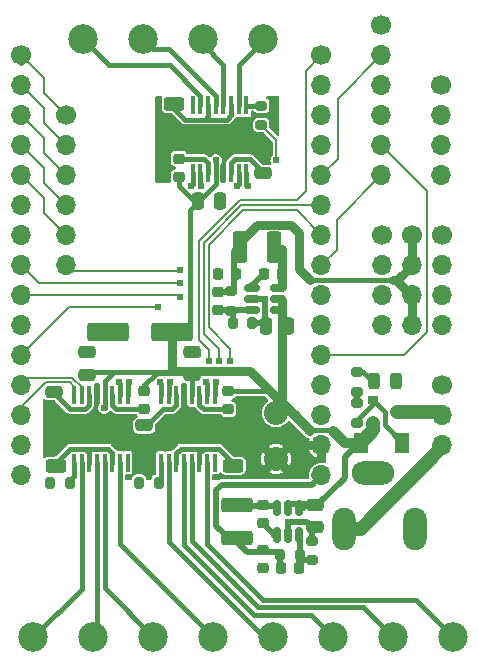
<source format=gbr>
%TF.GenerationSoftware,KiCad,Pcbnew,(6.0.5)*%
%TF.CreationDate,2022-06-06T15:53:17-04:00*%
%TF.ProjectId,NoU2,4e6f5532-2e6b-4696-9361-645f70636258,rev?*%
%TF.SameCoordinates,Original*%
%TF.FileFunction,Copper,L1,Top*%
%TF.FilePolarity,Positive*%
%FSLAX46Y46*%
G04 Gerber Fmt 4.6, Leading zero omitted, Abs format (unit mm)*
G04 Created by KiCad (PCBNEW (6.0.5)) date 2022-06-06 15:53:17*
%MOMM*%
%LPD*%
G01*
G04 APERTURE LIST*
G04 Aperture macros list*
%AMRoundRect*
0 Rectangle with rounded corners*
0 $1 Rounding radius*
0 $2 $3 $4 $5 $6 $7 $8 $9 X,Y pos of 4 corners*
0 Add a 4 corners polygon primitive as box body*
4,1,4,$2,$3,$4,$5,$6,$7,$8,$9,$2,$3,0*
0 Add four circle primitives for the rounded corners*
1,1,$1+$1,$2,$3*
1,1,$1+$1,$4,$5*
1,1,$1+$1,$6,$7*
1,1,$1+$1,$8,$9*
0 Add four rect primitives between the rounded corners*
20,1,$1+$1,$2,$3,$4,$5,0*
20,1,$1+$1,$4,$5,$6,$7,0*
20,1,$1+$1,$6,$7,$8,$9,0*
20,1,$1+$1,$8,$9,$2,$3,0*%
G04 Aperture macros list end*
%TA.AperFunction,SMDPad,CuDef*%
%ADD10RoundRect,0.250000X-0.475000X0.250000X-0.475000X-0.250000X0.475000X-0.250000X0.475000X0.250000X0*%
%TD*%
%TA.AperFunction,SMDPad,CuDef*%
%ADD11RoundRect,0.100000X0.100000X-0.687500X0.100000X0.687500X-0.100000X0.687500X-0.100000X-0.687500X0*%
%TD*%
%TA.AperFunction,SMDPad,CuDef*%
%ADD12R,3.556000X2.540000*%
%TD*%
%TA.AperFunction,SMDPad,CuDef*%
%ADD13RoundRect,0.225000X-0.250000X0.225000X-0.250000X-0.225000X0.250000X-0.225000X0.250000X0.225000X0*%
%TD*%
%TA.AperFunction,SMDPad,CuDef*%
%ADD14RoundRect,0.250000X0.475000X-0.250000X0.475000X0.250000X-0.475000X0.250000X-0.475000X-0.250000X0*%
%TD*%
%TA.AperFunction,SMDPad,CuDef*%
%ADD15RoundRect,0.225000X0.250000X-0.225000X0.250000X0.225000X-0.250000X0.225000X-0.250000X-0.225000X0*%
%TD*%
%TA.AperFunction,SMDPad,CuDef*%
%ADD16RoundRect,0.225000X0.225000X0.250000X-0.225000X0.250000X-0.225000X-0.250000X0.225000X-0.250000X0*%
%TD*%
%TA.AperFunction,SMDPad,CuDef*%
%ADD17RoundRect,0.250000X-0.250000X-0.475000X0.250000X-0.475000X0.250000X0.475000X-0.250000X0.475000X0*%
%TD*%
%TA.AperFunction,SMDPad,CuDef*%
%ADD18RoundRect,0.225000X-0.225000X-0.250000X0.225000X-0.250000X0.225000X0.250000X-0.225000X0.250000X0*%
%TD*%
%TA.AperFunction,SMDPad,CuDef*%
%ADD19R,1.300000X1.700000*%
%TD*%
%TA.AperFunction,ComponentPad*%
%ADD20RoundRect,1.000000X0.000000X0.800000X0.000000X0.800000X0.000000X-0.800000X0.000000X-0.800000X0*%
%TD*%
%TA.AperFunction,ComponentPad*%
%ADD21RoundRect,1.000000X0.800000X0.000000X-0.800000X0.000000X-0.800000X0.000000X0.800000X0.000000X0*%
%TD*%
%TA.AperFunction,SMDPad,CuDef*%
%ADD22RoundRect,0.250000X-1.075000X0.375000X-1.075000X-0.375000X1.075000X-0.375000X1.075000X0.375000X0*%
%TD*%
%TA.AperFunction,SMDPad,CuDef*%
%ADD23RoundRect,0.250000X0.375000X1.075000X-0.375000X1.075000X-0.375000X-1.075000X0.375000X-1.075000X0*%
%TD*%
%TA.AperFunction,SMDPad,CuDef*%
%ADD24R,0.900000X0.800000*%
%TD*%
%TA.AperFunction,SMDPad,CuDef*%
%ADD25RoundRect,0.200000X-0.200000X-0.275000X0.200000X-0.275000X0.200000X0.275000X-0.200000X0.275000X0*%
%TD*%
%TA.AperFunction,SMDPad,CuDef*%
%ADD26RoundRect,0.200000X0.275000X-0.200000X0.275000X0.200000X-0.275000X0.200000X-0.275000X-0.200000X0*%
%TD*%
%TA.AperFunction,SMDPad,CuDef*%
%ADD27RoundRect,0.200000X-0.275000X0.200000X-0.275000X-0.200000X0.275000X-0.200000X0.275000X0.200000X0*%
%TD*%
%TA.AperFunction,SMDPad,CuDef*%
%ADD28RoundRect,0.249997X-0.625003X0.312503X-0.625003X-0.312503X0.625003X-0.312503X0.625003X0.312503X0*%
%TD*%
%TA.AperFunction,SMDPad,CuDef*%
%ADD29RoundRect,0.249997X0.625003X-0.312503X0.625003X0.312503X-0.625003X0.312503X-0.625003X-0.312503X0*%
%TD*%
%TA.AperFunction,SMDPad,CuDef*%
%ADD30RoundRect,0.200000X0.200000X0.275000X-0.200000X0.275000X-0.200000X-0.275000X0.200000X-0.275000X0*%
%TD*%
%TA.AperFunction,SMDPad,CuDef*%
%ADD31RoundRect,0.100000X-0.100000X0.687500X-0.100000X-0.687500X0.100000X-0.687500X0.100000X0.687500X0*%
%TD*%
%TA.AperFunction,SMDPad,CuDef*%
%ADD32RoundRect,0.243750X-0.243750X-0.456250X0.243750X-0.456250X0.243750X0.456250X-0.243750X0.456250X0*%
%TD*%
%TA.AperFunction,ComponentPad*%
%ADD33C,1.700000*%
%TD*%
%TA.AperFunction,ComponentPad*%
%ADD34O,1.700000X1.700000*%
%TD*%
%TA.AperFunction,ComponentPad*%
%ADD35C,2.500000*%
%TD*%
%TA.AperFunction,ComponentPad*%
%ADD36C,2.032000*%
%TD*%
%TA.AperFunction,SMDPad,CuDef*%
%ADD37RoundRect,0.150000X0.150000X-0.512500X0.150000X0.512500X-0.150000X0.512500X-0.150000X-0.512500X0*%
%TD*%
%TA.AperFunction,SMDPad,CuDef*%
%ADD38RoundRect,0.250000X1.500000X0.550000X-1.500000X0.550000X-1.500000X-0.550000X1.500000X-0.550000X0*%
%TD*%
%TA.AperFunction,SMDPad,CuDef*%
%ADD39RoundRect,0.150000X-0.512500X-0.150000X0.512500X-0.150000X0.512500X0.150000X-0.512500X0.150000X0*%
%TD*%
%TA.AperFunction,ViaPad*%
%ADD40C,0.609600*%
%TD*%
%TA.AperFunction,Conductor*%
%ADD41C,0.398780*%
%TD*%
%TA.AperFunction,Conductor*%
%ADD42C,0.508000*%
%TD*%
%TA.AperFunction,Conductor*%
%ADD43C,0.203200*%
%TD*%
%TA.AperFunction,Conductor*%
%ADD44C,0.863600*%
%TD*%
%TA.AperFunction,Conductor*%
%ADD45C,0.431800*%
%TD*%
%TA.AperFunction,Conductor*%
%ADD46C,0.762000*%
%TD*%
%TA.AperFunction,Conductor*%
%ADD47C,0.250000*%
%TD*%
%TA.AperFunction,Conductor*%
%ADD48C,1.143000*%
%TD*%
%TA.AperFunction,Conductor*%
%ADD49C,0.381000*%
%TD*%
G04 APERTURE END LIST*
D10*
%TO.P,C8,1*%
%TO.N,Net-(C8-Pad1)*%
X104549140Y-135102760D03*
%TO.P,C8,2*%
%TO.N,GND*%
X104549140Y-137002760D03*
%TD*%
D11*
%TO.P,U1,1,nSLEEP*%
%TO.N,Net-(R11-Pad1)*%
X106220000Y-141089500D03*
%TO.P,U1,2,AOUT1*%
%TO.N,Net-(J6-Pad1)*%
X106870000Y-141089500D03*
%TO.P,U1,3,AISEN*%
%TO.N,Net-(R6-Pad2)*%
X107520000Y-141089500D03*
%TO.P,U1,4,AOUT2*%
%TO.N,Net-(J6-Pad2)*%
X108170000Y-141089500D03*
%TO.P,U1,5,BOUT2*%
%TO.N,Net-(J6-Pad3)*%
X108820000Y-141089500D03*
%TO.P,U1,6,BISEN*%
%TO.N,Net-(R6-Pad2)*%
X109470000Y-141089500D03*
%TO.P,U1,7,BOUT1*%
%TO.N,Net-(J6-Pad4)*%
X110120000Y-141089500D03*
%TO.P,U1,8,nFAULT*%
%TO.N,unconnected-(U1-Pad8)*%
X110770000Y-141089500D03*
%TO.P,U1,9,BIN1*%
%TO.N,M2B*%
X110770000Y-135364500D03*
%TO.P,U1,10,BIN2*%
%TO.N,M2A*%
X110120000Y-135364500D03*
%TO.P,U1,11,VCP*%
%TO.N,Net-(C5-Pad2)*%
X109470000Y-135364500D03*
%TO.P,U1,12,VM*%
%TO.N,VIN*%
X108820000Y-135364500D03*
%TO.P,U1,13,GND*%
%TO.N,GND*%
X108170000Y-135364500D03*
%TO.P,U1,14,VINT*%
%TO.N,Net-(C8-Pad1)*%
X107520000Y-135364500D03*
%TO.P,U1,15,AIN2*%
%TO.N,M1B*%
X106870000Y-135364500D03*
%TO.P,U1,16,AIN1*%
%TO.N,M1A*%
X106220000Y-135364500D03*
D12*
%TO.P,U1,17,GND(PPAD)*%
%TO.N,GND*%
X108495000Y-138227000D03*
%TD*%
D13*
%TO.P,C1,1*%
%TO.N,Net-(C1-Pad1)*%
X122225000Y-144640200D03*
%TO.P,C1,2*%
%TO.N,Net-(C1-Pad2)*%
X122225000Y-146190200D03*
%TD*%
D14*
%TO.P,C2,1*%
%TO.N,GND*%
X126606500Y-146543000D03*
%TO.P,C2,2*%
%TO.N,VIN*%
X126606500Y-144643000D03*
%TD*%
D15*
%TO.P,C3,1*%
%TO.N,GND*%
X122225000Y-150025600D03*
%TO.P,C3,2*%
%TO.N,3V3*%
X122225000Y-148475600D03*
%TD*%
D16*
%TO.P,C4,1*%
%TO.N,Net-(C4-Pad1)*%
X125286000Y-150012600D03*
%TO.P,C4,2*%
%TO.N,3V3*%
X123736000Y-150012600D03*
%TD*%
D13*
%TO.P,C5,1*%
%TO.N,VIN*%
X112192000Y-135039000D03*
%TO.P,C5,2*%
%TO.N,Net-(C5-Pad2)*%
X112192000Y-136589000D03*
%TD*%
%TO.P,C6,1*%
%TO.N,VIN*%
X119301460Y-135023760D03*
%TO.P,C6,2*%
%TO.N,Net-(C6-Pad2)*%
X119301460Y-136573760D03*
%TD*%
D15*
%TO.P,C7,1*%
%TO.N,VIN*%
X115113000Y-116904000D03*
%TO.P,C7,2*%
%TO.N,Net-(C7-Pad2)*%
X115113000Y-115354000D03*
%TD*%
D10*
%TO.P,C9,1*%
%TO.N,Net-(C9-Pad1)*%
X112166600Y-137939940D03*
%TO.P,C9,2*%
%TO.N,GND*%
X112166600Y-139839940D03*
%TD*%
D14*
%TO.P,C10,1*%
%TO.N,Net-(C10-Pad1)*%
X122225000Y-116571000D03*
%TO.P,C10,2*%
%TO.N,GND*%
X122225000Y-114671000D03*
%TD*%
D16*
%TO.P,C11,1*%
%TO.N,Net-(C11-Pad1)*%
X123838200Y-125095200D03*
%TO.P,C11,2*%
%TO.N,Net-(C11-Pad2)*%
X122288200Y-125095200D03*
%TD*%
D17*
%TO.P,C12,1*%
%TO.N,GND*%
X122481500Y-129527500D03*
%TO.P,C12,2*%
%TO.N,VIN*%
X124381500Y-129527500D03*
%TD*%
D18*
%TO.P,C13,1*%
%TO.N,GND*%
X118402000Y-125095200D03*
%TO.P,C13,2*%
%TO.N,5V*%
X119952000Y-125095200D03*
%TD*%
D15*
%TO.P,C14,1*%
%TO.N,Net-(C14-Pad1)*%
X118440400Y-128181600D03*
%TO.P,C14,2*%
%TO.N,5V*%
X118440400Y-126631600D03*
%TD*%
D14*
%TO.P,C22,1*%
%TO.N,VIN*%
X107366000Y-133639800D03*
%TO.P,C22,2*%
%TO.N,GND*%
X107366000Y-131739800D03*
%TD*%
%TO.P,C23,1*%
%TO.N,VIN*%
X116230600Y-133639800D03*
%TO.P,C23,2*%
%TO.N,GND*%
X116230600Y-131739800D03*
%TD*%
D17*
%TO.P,C24,1*%
%TO.N,VIN*%
X116703000Y-118923000D03*
%TO.P,C24,2*%
%TO.N,GND*%
X118603000Y-118923000D03*
%TD*%
D19*
%TO.P,D2,1,K*%
%TO.N,VIN*%
X130533400Y-139395400D03*
%TO.P,D2,2,A*%
%TO.N,Net-(D2-Pad2)*%
X134033400Y-139395400D03*
%TD*%
D20*
%TO.P,J9,1*%
%TO.N,Net-(J9-Pad1)*%
X129083000Y-146700000D03*
%TO.P,J9,2*%
%TO.N,GND*%
X135083000Y-146700000D03*
D21*
%TO.P,J9,3*%
%TO.N,N/C*%
X131583000Y-141950000D03*
%TD*%
D22*
%TO.P,L1,1,1*%
%TO.N,Net-(C1-Pad1)*%
X120066000Y-144701000D03*
%TO.P,L1,2,2*%
%TO.N,3V3*%
X120066000Y-147501000D03*
%TD*%
D23*
%TO.P,L2,1,1*%
%TO.N,Net-(C11-Pad1)*%
X123117000Y-122860000D03*
%TO.P,L2,2,2*%
%TO.N,5V*%
X120317000Y-122860000D03*
%TD*%
D24*
%TO.P,Q1,1,G*%
%TO.N,Net-(D2-Pad2)*%
X131562800Y-135829200D03*
%TO.P,Q1,2,S*%
%TO.N,VIN*%
X131562800Y-137729200D03*
%TO.P,Q1,3,D*%
%TO.N,Net-(Q1-Pad3)*%
X133562800Y-136779200D03*
%TD*%
D25*
%TO.P,R1,1*%
%TO.N,3V3*%
X123686000Y-148895000D03*
%TO.P,R1,2*%
%TO.N,Net-(C4-Pad1)*%
X125336000Y-148895000D03*
%TD*%
D26*
%TO.P,R2,1*%
%TO.N,Net-(C4-Pad1)*%
X126390600Y-149339000D03*
%TO.P,R2,2*%
%TO.N,GND*%
X126390600Y-147689000D03*
%TD*%
D27*
%TO.P,R3,1*%
%TO.N,5V*%
X119558000Y-126569400D03*
%TO.P,R3,2*%
%TO.N,Net-(C14-Pad1)*%
X119558000Y-128219400D03*
%TD*%
D25*
%TO.P,R4,1*%
%TO.N,Net-(C14-Pad1)*%
X119647400Y-129286200D03*
%TO.P,R4,2*%
%TO.N,GND*%
X121297400Y-129286200D03*
%TD*%
D26*
%TO.P,R5,1*%
%TO.N,GND*%
X130175200Y-135089600D03*
%TO.P,R5,2*%
%TO.N,Net-(D1-Pad1)*%
X130175200Y-133439600D03*
%TD*%
D28*
%TO.P,R6,1*%
%TO.N,GND*%
X104699000Y-138415500D03*
%TO.P,R6,2*%
%TO.N,Net-(R6-Pad2)*%
X104699000Y-141340500D03*
%TD*%
%TO.P,R7,1*%
%TO.N,GND*%
X119685000Y-138415500D03*
%TO.P,R7,2*%
%TO.N,Net-(R7-Pad2)*%
X119685000Y-141340500D03*
%TD*%
D29*
%TO.P,R8,1*%
%TO.N,GND*%
X114732000Y-113654500D03*
%TO.P,R8,2*%
%TO.N,Net-(R8-Pad2)*%
X114732000Y-110729500D03*
%TD*%
D27*
%TO.P,R9,1*%
%TO.N,Net-(R9-Pad1)*%
X122098000Y-110859000D03*
%TO.P,R9,2*%
%TO.N,VIN*%
X122098000Y-112509000D03*
%TD*%
D30*
%TO.P,R10,1*%
%TO.N,Net-(R10-Pad1)*%
X113398000Y-142773600D03*
%TO.P,R10,2*%
%TO.N,VIN*%
X111748000Y-142773600D03*
%TD*%
%TO.P,R11,1*%
%TO.N,Net-(R11-Pad1)*%
X105854200Y-142773600D03*
%TO.P,R11,2*%
%TO.N,VIN*%
X104204200Y-142773600D03*
%TD*%
D26*
%TO.P,R12,1*%
%TO.N,Net-(D2-Pad2)*%
X130175200Y-137731200D03*
%TO.P,R12,2*%
%TO.N,GND*%
X130175200Y-136081200D03*
%TD*%
D31*
%TO.P,U2,1,nSLEEP*%
%TO.N,Net-(R9-Pad1)*%
X120817000Y-110853500D03*
%TO.P,U2,2,AOUT1*%
%TO.N,Net-(J8-Pad1)*%
X120167000Y-110853500D03*
%TO.P,U2,3,AISEN*%
%TO.N,Net-(R8-Pad2)*%
X119517000Y-110853500D03*
%TO.P,U2,4,AOUT2*%
%TO.N,Net-(J8-Pad2)*%
X118867000Y-110853500D03*
%TO.P,U2,5,BOUT2*%
%TO.N,Net-(J8-Pad3)*%
X118217000Y-110853500D03*
%TO.P,U2,6,BISEN*%
%TO.N,Net-(R8-Pad2)*%
X117567000Y-110853500D03*
%TO.P,U2,7,BOUT1*%
%TO.N,Net-(J8-Pad4)*%
X116917000Y-110853500D03*
%TO.P,U2,8,nFAULT*%
%TO.N,unconnected-(U2-Pad8)*%
X116267000Y-110853500D03*
%TO.P,U2,9,BIN1*%
%TO.N,M6B*%
X116267000Y-116578500D03*
%TO.P,U2,10,BIN2*%
%TO.N,M6A*%
X116917000Y-116578500D03*
%TO.P,U2,11,VCP*%
%TO.N,Net-(C7-Pad2)*%
X117567000Y-116578500D03*
%TO.P,U2,12,VM*%
%TO.N,VIN*%
X118217000Y-116578500D03*
%TO.P,U2,13,GND*%
%TO.N,GND*%
X118867000Y-116578500D03*
%TO.P,U2,14,VINT*%
%TO.N,Net-(C10-Pad1)*%
X119517000Y-116578500D03*
%TO.P,U2,15,AIN2*%
%TO.N,M5B*%
X120167000Y-116578500D03*
%TO.P,U2,16,AIN1*%
%TO.N,M5A*%
X120817000Y-116578500D03*
D12*
%TO.P,U2,17,GND(PPAD)*%
%TO.N,GND*%
X118542000Y-113716000D03*
%TD*%
D11*
%TO.P,U3,1,nSLEEP*%
%TO.N,Net-(R10-Pad1)*%
X113600000Y-141089500D03*
%TO.P,U3,2,AOUT1*%
%TO.N,Net-(J7-Pad1)*%
X114250000Y-141089500D03*
%TO.P,U3,3,AISEN*%
%TO.N,Net-(R7-Pad2)*%
X114900000Y-141089500D03*
%TO.P,U3,4,AOUT2*%
%TO.N,Net-(J7-Pad2)*%
X115550000Y-141089500D03*
%TO.P,U3,5,BOUT2*%
%TO.N,Net-(J7-Pad3)*%
X116200000Y-141089500D03*
%TO.P,U3,6,BISEN*%
%TO.N,Net-(R7-Pad2)*%
X116850000Y-141089500D03*
%TO.P,U3,7,BOUT1*%
%TO.N,Net-(J7-Pad4)*%
X117500000Y-141089500D03*
%TO.P,U3,8,nFAULT*%
%TO.N,unconnected-(U3-Pad8)*%
X118150000Y-141089500D03*
%TO.P,U3,9,BIN1*%
%TO.N,M4B*%
X118150000Y-135364500D03*
%TO.P,U3,10,BIN2*%
%TO.N,M4A*%
X117500000Y-135364500D03*
%TO.P,U3,11,VCP*%
%TO.N,Net-(C6-Pad2)*%
X116850000Y-135364500D03*
%TO.P,U3,12,VM*%
%TO.N,VIN*%
X116200000Y-135364500D03*
%TO.P,U3,13,GND*%
%TO.N,GND*%
X115550000Y-135364500D03*
%TO.P,U3,14,VINT*%
%TO.N,Net-(C9-Pad1)*%
X114900000Y-135364500D03*
%TO.P,U3,15,AIN2*%
%TO.N,M3B*%
X114250000Y-135364500D03*
%TO.P,U3,16,AIN1*%
%TO.N,M3A*%
X113600000Y-135364500D03*
D12*
%TO.P,U3,17,GND(PPAD)*%
%TO.N,GND*%
X115875000Y-138227000D03*
%TD*%
D32*
%TO.P,D1,1,K*%
%TO.N,Net-(D1-Pad1)*%
X131599900Y-134188400D03*
%TO.P,D1,2,A*%
%TO.N,3V3*%
X133474900Y-134188400D03*
%TD*%
D33*
%TO.P,J1,1,Pin_1*%
%TO.N,M6A*%
X132258000Y-104064000D03*
D34*
%TO.P,J1,2,Pin_2*%
%TO.N,M6B*%
X132258000Y-106604000D03*
%TO.P,J1,3,Pin_3*%
%TO.N,TX0*%
X132258000Y-109144000D03*
%TO.P,J1,4,Pin_4*%
%TO.N,RX0*%
X132258000Y-111684000D03*
%TO.P,J1,5,Pin_5*%
%TO.N,D4*%
X132258000Y-114224000D03*
%TO.P,J1,6,Pin_6*%
%TO.N,D5*%
X132258000Y-116764000D03*
%TD*%
D33*
%TO.P,J2,1,Pin_1*%
%TO.N,D26*%
X132283400Y-121844000D03*
D34*
%TO.P,J2,2,Pin_2*%
%TO.N,D25*%
X132283400Y-124384000D03*
%TO.P,J2,3,Pin_3*%
%TO.N,/D17*%
X132283400Y-126924000D03*
%TO.P,J2,4,Pin_4*%
%TO.N,/D16*%
X132283400Y-129464000D03*
%TD*%
D33*
%TO.P,J3,1,Pin_1*%
%TO.N,GND*%
X137338000Y-109144000D03*
D34*
%TO.P,J3,2,Pin_2*%
X137338000Y-111684000D03*
%TO.P,J3,3,Pin_3*%
%TO.N,3V3*%
X137338000Y-114224000D03*
%TO.P,J3,4,Pin_4*%
X137338000Y-116764000D03*
%TD*%
D33*
%TO.P,J4,1,Pin_1*%
%TO.N,/EN*%
X105588000Y-111684000D03*
D34*
%TO.P,J4,2,Pin_2*%
%TO.N,/D36*%
X105588000Y-114224000D03*
%TO.P,J4,3,Pin_3*%
%TO.N,/D39*%
X105588000Y-116764000D03*
%TO.P,J4,4,Pin_4*%
%TO.N,/D34*%
X105588000Y-119304000D03*
%TO.P,J4,5,Pin_5*%
%TO.N,/D35*%
X105588000Y-121844000D03*
%TO.P,J4,6,Pin_6*%
%TO.N,D2*%
X105588000Y-124384000D03*
%TD*%
D35*
%TO.P,J7,1,Pin_1*%
%TO.N,Net-(J7-Pad1)*%
X123114000Y-155880000D03*
%TO.P,J7,2,Pin_2*%
%TO.N,Net-(J7-Pad2)*%
X128194000Y-155880000D03*
%TO.P,J7,3,Pin_3*%
%TO.N,Net-(J7-Pad3)*%
X133274000Y-155880000D03*
%TO.P,J7,4,Pin_4*%
%TO.N,Net-(J7-Pad4)*%
X138354000Y-155880000D03*
%TD*%
%TO.P,J6,1,Pin_1*%
%TO.N,Net-(J6-Pad1)*%
X102794000Y-155880000D03*
%TO.P,J6,2,Pin_2*%
%TO.N,Net-(J6-Pad2)*%
X107874000Y-155880000D03*
%TO.P,J6,3,Pin_3*%
%TO.N,Net-(J6-Pad3)*%
X112954000Y-155880000D03*
%TO.P,J6,4,Pin_4*%
%TO.N,Net-(J6-Pad4)*%
X118034000Y-155880000D03*
%TD*%
D33*
%TO.P,J10,1*%
%TO.N,/Sheet6057E9B8/EN*%
X101778000Y-106604000D03*
D34*
%TO.P,J10,2*%
%TO.N,/Sheet6057E9B8/D36*%
X101778000Y-109144000D03*
%TO.P,J10,3*%
%TO.N,/Sheet6057E9B8/D39*%
X101778000Y-111684000D03*
%TO.P,J10,4*%
%TO.N,/Sheet6057E9B8/D34*%
X101778000Y-114224000D03*
%TO.P,J10,5*%
%TO.N,/Sheet6057E9B8/D35*%
X101778000Y-116764000D03*
%TO.P,J10,6*%
%TO.N,M3A*%
X101778000Y-119304000D03*
%TO.P,J10,7*%
%TO.N,M2B*%
X101778000Y-121844000D03*
%TO.P,J10,8*%
%TO.N,D25*%
X101778000Y-124384000D03*
%TO.P,J10,9*%
%TO.N,D26*%
X101778000Y-126924000D03*
%TO.P,J10,10*%
%TO.N,M2A*%
X101778000Y-129464000D03*
%TO.P,J10,11*%
%TO.N,M5B*%
X101778000Y-132004000D03*
%TO.P,J10,12*%
%TO.N,M1B*%
X101778000Y-134544000D03*
%TO.P,J10,13*%
%TO.N,M1A*%
X101778000Y-137084000D03*
%TO.P,J10,14*%
%TO.N,GND*%
X101778000Y-139624000D03*
%TO.P,J10,15*%
%TO.N,/Sheet6057E9B8/EVIN*%
X101778000Y-142164000D03*
%TD*%
D33*
%TO.P,J11,1*%
%TO.N,M4B*%
X127178000Y-106600000D03*
D34*
%TO.P,J11,2*%
%TO.N,M6A*%
X127178000Y-109140000D03*
%TO.P,J11,3*%
%TO.N,TX0*%
X127178000Y-111680000D03*
%TO.P,J11,4*%
%TO.N,RX0*%
X127178000Y-114220000D03*
%TO.P,J11,5*%
%TO.N,M6B*%
X127178000Y-116760000D03*
%TO.P,J11,6*%
%TO.N,M4A*%
X127178000Y-119300000D03*
%TO.P,J11,7*%
%TO.N,M3B*%
X127178000Y-121840000D03*
%TO.P,J11,8*%
%TO.N,D5*%
X127178000Y-124380000D03*
%TO.P,J11,9*%
%TO.N,/Sheet6057E9B8/D17*%
X127178000Y-126920000D03*
%TO.P,J11,10*%
%TO.N,/Sheet6057E9B8/D16*%
X127178000Y-129460000D03*
%TO.P,J11,11*%
%TO.N,D4*%
X127178000Y-132000000D03*
%TO.P,J11,12*%
%TO.N,D2*%
X127178000Y-134540000D03*
%TO.P,J11,13*%
%TO.N,M5A*%
X127178000Y-137080000D03*
%TO.P,J11,14*%
%TO.N,GND*%
X127178000Y-139620000D03*
%TO.P,J11,15*%
%TO.N,3V3*%
X127178000Y-142160000D03*
%TD*%
D33*
%TO.P,U8,1,1*%
%TO.N,unconnected-(U8-Pad1)*%
X137363400Y-134544000D03*
D34*
%TO.P,U8,2,2*%
%TO.N,Net-(Q1-Pad3)*%
X137363400Y-137084000D03*
%TO.P,U8,3,3*%
%TO.N,Net-(J9-Pad1)*%
X137363400Y-139624000D03*
%TD*%
D33*
%TO.P,J5,1,Pin_1*%
%TO.N,GND*%
X137363400Y-121844000D03*
D34*
%TO.P,J5,2,Pin_2*%
X137363400Y-124384000D03*
%TO.P,J5,3,Pin_3*%
X137363400Y-126924000D03*
%TO.P,J5,4,Pin_4*%
X137363400Y-129464000D03*
%TD*%
D33*
%TO.P,J12,1,Pin_1*%
%TO.N,5V*%
X134823400Y-121844000D03*
D34*
%TO.P,J12,2,Pin_2*%
X134823400Y-124384000D03*
%TO.P,J12,3,Pin_3*%
X134823400Y-126924000D03*
%TO.P,J12,4,Pin_4*%
X134823400Y-129464000D03*
%TD*%
D35*
%TO.P,J8,1,Pin_1*%
%TO.N,Net-(J8-Pad1)*%
X122225000Y-105207000D03*
%TO.P,J8,2,Pin_2*%
%TO.N,Net-(J8-Pad2)*%
X117145000Y-105207000D03*
%TO.P,J8,3,Pin_3*%
%TO.N,Net-(J8-Pad3)*%
X112065000Y-105207000D03*
%TO.P,J8,4,Pin_4*%
%TO.N,Net-(J8-Pad4)*%
X106985000Y-105207000D03*
%TD*%
D36*
%TO.P,J13,1,Pin_1*%
%TO.N,GND*%
X123342600Y-140792400D03*
%TD*%
%TO.P,J14,1,Pin_1*%
%TO.N,VIN*%
X123342600Y-136880800D03*
%TD*%
D37*
%TO.P,U10,1,BS*%
%TO.N,Net-(C1-Pad2)*%
X123408600Y-147213100D03*
%TO.P,U10,2,GND*%
%TO.N,GND*%
X124358600Y-147213100D03*
%TO.P,U10,3,FB*%
%TO.N,Net-(C4-Pad1)*%
X125308600Y-147213100D03*
%TO.P,U10,4,EN*%
%TO.N,VIN*%
X125308600Y-144938100D03*
%TO.P,U10,5,IN*%
X124358600Y-144938100D03*
%TO.P,U10,6,LX*%
%TO.N,Net-(C1-Pad1)*%
X123408600Y-144938100D03*
%TD*%
D38*
%TO.P,C17,1*%
%TO.N,VIN*%
X114536400Y-129997400D03*
%TO.P,C17,2*%
%TO.N,GND*%
X109136400Y-129997400D03*
%TD*%
D39*
%TO.P,U11,1,BS*%
%TO.N,Net-(C11-Pad2)*%
X121262500Y-126300000D03*
%TO.P,U11,2,GND*%
%TO.N,GND*%
X121262500Y-127250000D03*
%TO.P,U11,3,FB*%
%TO.N,Net-(C14-Pad1)*%
X121262500Y-128200000D03*
%TO.P,U11,4,EN*%
%TO.N,VIN*%
X123537500Y-128200000D03*
%TO.P,U11,5,IN*%
X123537500Y-127250000D03*
%TO.P,U11,6,LX*%
%TO.N,Net-(C11-Pad1)*%
X123537500Y-126300000D03*
%TD*%
D40*
%TO.N,GND*%
X118542000Y-113716000D03*
X118389600Y-125095200D03*
X115875000Y-138227000D03*
X107721600Y-131877000D03*
X109525000Y-138227000D03*
X116713200Y-131877000D03*
X118415000Y-118542000D03*
X117526000Y-113716000D03*
X124358600Y-146141640D03*
X122225000Y-150038000D03*
X108495000Y-138227000D03*
X119558000Y-113716000D03*
X130175200Y-135560000D03*
X110490200Y-130378400D03*
X122377400Y-127254200D03*
X114859000Y-138227000D03*
X107493000Y-138227000D03*
X116891000Y-138227000D03*
X109626600Y-130378400D03*
%TO.N,VIN*%
X111760200Y-142799000D03*
X104216400Y-142799000D03*
X118237200Y-115494000D03*
X128143200Y-138379400D03*
X126212800Y-138379400D03*
X108788400Y-136449000D03*
X123368000Y-115494000D03*
%TO.N,3V3*%
X133528000Y-134163000D03*
%TO.N,5V*%
X126238200Y-125654000D03*
X133197800Y-125654000D03*
%TO.N,M2B*%
X110871200Y-134290000D03*
%TO.N,M2A*%
X110033000Y-134277300D03*
%TO.N,M5A*%
X120929600Y-117678400D03*
%TO.N,M5B*%
X120066000Y-117678400D03*
X113335000Y-127940000D03*
%TO.N,M6B*%
X116154400Y-117678400D03*
%TO.N,M6A*%
X117018000Y-117678400D03*
%TO.N,M3A*%
X113512800Y-134283000D03*
%TO.N,M3B*%
X119431000Y-132455588D03*
X114325600Y-134290000D03*
%TO.N,M4B*%
X117653000Y-132455588D03*
X118289944Y-134291944D03*
%TO.N,M4A*%
X117399000Y-134264600D03*
X118542000Y-132455588D03*
%TO.N,D2*%
X115240000Y-124765000D03*
%TO.N,D26*%
X115240000Y-127051000D03*
%TO.N,D25*%
X115240000Y-125908000D03*
%TD*%
D41*
%TO.N,Net-(C9-Pad1)*%
X112166600Y-137939940D02*
X112395156Y-137939940D01*
X114556862Y-136551400D02*
X114900000Y-136208262D01*
X114900000Y-136208262D02*
X114900000Y-135364500D01*
X112395156Y-137939940D02*
X113783696Y-136551400D01*
X113783696Y-136551400D02*
X114556862Y-136551400D01*
D42*
%TO.N,GND*%
X122321220Y-150017680D02*
X122324060Y-150020520D01*
X122313600Y-129286200D02*
X121297400Y-129286200D01*
X130149800Y-135115000D02*
X130175200Y-135089600D01*
X126390600Y-146758900D02*
X126606500Y-146543000D01*
X122400000Y-127276800D02*
X122400000Y-129199800D01*
X125930860Y-146141640D02*
X126332220Y-146543000D01*
X126332220Y-146543000D02*
X126606500Y-146543000D01*
X126390600Y-147689000D02*
X126390600Y-146758900D01*
X121059800Y-127254200D02*
X122377400Y-127254200D01*
X124358600Y-146141640D02*
X125930860Y-146141640D01*
X122400000Y-129199800D02*
X122313600Y-129286200D01*
X124358600Y-147385600D02*
X124358600Y-146141640D01*
X130175200Y-136081200D02*
X130175200Y-135089600D01*
X122377400Y-127254200D02*
X122400000Y-127276800D01*
D43*
%TO.N,M1A*%
X105853150Y-134301150D02*
X106220000Y-134668000D01*
X103845652Y-134301150D02*
X105853150Y-134301150D01*
X101778000Y-136368802D02*
X103845652Y-134301150D01*
X106220000Y-134668000D02*
X106220000Y-135364500D01*
X101778000Y-137084000D02*
X101778000Y-136368802D01*
D42*
%TO.N,Net-(C1-Pad2)*%
X122197700Y-146200700D02*
X123368000Y-147371000D01*
X122326600Y-146190200D02*
X122326600Y-146215300D01*
%TO.N,Net-(C1-Pad1)*%
X123431500Y-144765600D02*
X120151300Y-144765600D01*
%TO.N,VIN*%
X129146500Y-142354500D02*
X129146500Y-140627300D01*
D41*
X116356796Y-118923000D02*
X116703000Y-118923000D01*
X113156396Y-133578800D02*
X112192000Y-134543196D01*
X114536400Y-129997400D02*
X115494000Y-129997400D01*
D42*
X126595400Y-144892600D02*
X126771600Y-144716400D01*
D41*
X122008600Y-112598400D02*
X122098000Y-112509000D01*
X109601200Y-133375600D02*
X114535198Y-133375600D01*
D42*
X124648800Y-144602400D02*
X125272400Y-144602400D01*
D44*
X124460200Y-136626800D02*
X123736300Y-135902900D01*
D42*
X123863600Y-130045400D02*
X123863600Y-130277100D01*
D45*
X126246299Y-138345901D02*
X126212800Y-138379400D01*
D42*
X123863600Y-128388000D02*
X123679800Y-128204200D01*
D43*
X123368000Y-115494000D02*
X123368000Y-113779000D01*
D41*
X118211800Y-115494000D02*
X118211800Y-116573300D01*
D42*
X125526400Y-144729400D02*
X125689600Y-144892600D01*
D41*
X115113000Y-116904000D02*
X115113000Y-117679204D01*
D45*
X128109701Y-138345901D02*
X126246299Y-138345901D01*
D46*
X114536400Y-129997400D02*
X114503400Y-130030400D01*
D41*
X118211800Y-116573300D02*
X118217000Y-116578500D01*
X116703000Y-119111000D02*
X116703000Y-118923000D01*
X119301460Y-135023760D02*
X122780960Y-135023760D01*
D44*
X126212800Y-138379400D02*
X124904700Y-137071300D01*
D46*
X123850600Y-128295600D02*
X123850600Y-127345600D01*
D45*
X128143200Y-138379400D02*
X128109701Y-138345901D01*
D46*
X123863600Y-136030200D02*
X124460200Y-136626800D01*
D42*
X126771600Y-144716400D02*
X126784600Y-144716400D01*
D41*
X116703000Y-118923000D02*
X116815604Y-118923000D01*
X116200000Y-133645000D02*
X116205200Y-133639800D01*
X115494000Y-129997400D02*
X116078200Y-129413200D01*
X116815604Y-118923000D02*
X118217000Y-117521604D01*
D46*
X121098598Y-133341398D02*
X123037800Y-135280600D01*
D41*
X109575800Y-133401000D02*
X109601200Y-133375600D01*
X107366000Y-133639800D02*
X107604800Y-133401000D01*
X107653020Y-133375600D02*
X109624020Y-133375600D01*
D42*
X124381500Y-129527500D02*
X123863600Y-130045400D01*
D41*
X108820000Y-136442800D02*
X108813800Y-136449000D01*
X122780960Y-135023760D02*
X123037800Y-135280600D01*
D42*
X126517600Y-144589400D02*
X125611800Y-144589400D01*
D41*
X108820000Y-134156800D02*
X108820000Y-135364500D01*
X116200000Y-135364500D02*
X116200000Y-133645000D01*
X118217000Y-117521604D02*
X118217000Y-116578500D01*
D42*
X130378400Y-139395400D02*
X130533400Y-139395400D01*
D47*
X123342600Y-136880800D02*
X124714200Y-136880800D01*
D41*
X109575800Y-133401000D02*
X108820000Y-134156800D01*
D42*
X126784600Y-144716400D02*
X129146500Y-142354500D01*
D46*
X123863600Y-129286200D02*
X123863600Y-130277100D01*
D44*
X129159200Y-139395400D02*
X128143200Y-138379400D01*
D47*
X124714200Y-136880800D02*
X124904700Y-137071300D01*
D41*
X116078200Y-119735800D02*
X116703000Y-119111000D01*
X115113000Y-117679204D02*
X116356796Y-118923000D01*
D44*
X124904700Y-137071300D02*
X124460200Y-136626800D01*
D41*
X108820000Y-135364500D02*
X108820000Y-136442800D01*
D46*
X123037800Y-135280600D02*
X123660100Y-135902900D01*
X114503400Y-130030400D02*
X114503400Y-133341398D01*
D41*
X114490282Y-133525460D02*
X113314680Y-133525460D01*
D44*
X130533400Y-139395400D02*
X129159200Y-139395400D01*
D42*
X129146500Y-140627300D02*
X130378400Y-139395400D01*
D41*
X116078200Y-129413200D02*
X116078200Y-119735800D01*
D46*
X114569400Y-133341398D02*
X121098598Y-133341398D01*
D43*
X123368000Y-113779000D02*
X122098000Y-112509000D01*
D41*
X112192000Y-134543196D02*
X112192000Y-135039000D01*
D46*
X123660100Y-135902900D02*
X123736300Y-135902900D01*
X123863600Y-129286200D02*
X123863600Y-128388000D01*
D48*
X131562800Y-138366000D02*
X130533400Y-139395400D01*
X131562800Y-137729200D02*
X131562800Y-138366000D01*
D46*
X123863600Y-130277100D02*
X123863600Y-136030200D01*
D42*
%TO.N,3V3*%
X119561000Y-147755000D02*
X118288000Y-146482000D01*
X119939000Y-147501000D02*
X120066000Y-147628000D01*
X123813000Y-148895000D02*
X123559000Y-148641000D01*
X118288000Y-146482000D02*
X118288000Y-145368622D01*
X118750276Y-142946990D02*
X126391010Y-142946990D01*
X118288000Y-145368622D02*
X118286990Y-145367612D01*
X120868500Y-148641000D02*
X119939000Y-147711500D01*
X119939000Y-147711500D02*
X119939000Y-147501000D01*
X123813000Y-149962600D02*
X123863000Y-150012600D01*
X123559000Y-148641000D02*
X120868500Y-148641000D01*
X120196000Y-147755000D02*
X119561000Y-147755000D01*
X118286990Y-145367612D02*
X118286990Y-143410276D01*
X123686000Y-148895000D02*
X123686000Y-149962600D01*
X126391010Y-142946990D02*
X127178000Y-142160000D01*
X118286990Y-143410276D02*
X118750276Y-142946990D01*
%TO.N,Net-(C4-Pad1)*%
X125286000Y-150012600D02*
X125286000Y-148945000D01*
X125286000Y-148945000D02*
X125336000Y-148895000D01*
X125336000Y-148895000D02*
X125336000Y-147413000D01*
X125413000Y-148945000D02*
X125463000Y-148895000D01*
X126390600Y-149339000D02*
X125463000Y-149339000D01*
X125463000Y-149339000D02*
X125286000Y-149162000D01*
X125286000Y-149162000D02*
X125286000Y-148945000D01*
D41*
%TO.N,Net-(C5-Pad2)*%
X109470000Y-135364500D02*
X109470000Y-136208262D01*
X109470000Y-136208262D02*
X109819347Y-136557609D01*
X112160609Y-136557609D02*
X112192000Y-136589000D01*
X109819347Y-136557609D02*
X112160609Y-136557609D01*
%TO.N,Net-(C6-Pad2)*%
X117193138Y-136551400D02*
X116850000Y-136208262D01*
X119279100Y-136551400D02*
X117193138Y-136551400D01*
X119301460Y-136573760D02*
X119279100Y-136551400D01*
X116850000Y-136208262D02*
X116850000Y-135364500D01*
%TO.N,Net-(C7-Pad2)*%
X115113000Y-115354000D02*
X115150600Y-115391600D01*
X115150600Y-115391600D02*
X117223862Y-115391600D01*
X117223862Y-115391600D02*
X117567000Y-115734738D01*
X117567000Y-115734738D02*
X117567000Y-116578500D01*
%TO.N,Net-(C8-Pad1)*%
X104549140Y-135187402D02*
X104549140Y-135102760D01*
X105913138Y-136551400D02*
X104549140Y-135187402D01*
X107176862Y-136551400D02*
X105913138Y-136551400D01*
X107520000Y-136208262D02*
X107176862Y-136551400D01*
X107520000Y-135364500D02*
X107520000Y-136208262D01*
%TO.N,Net-(C10-Pad1)*%
X121123862Y-115391600D02*
X119860138Y-115391600D01*
X119517000Y-115734738D02*
X119517000Y-116578500D01*
X122225000Y-116492738D02*
X121123862Y-115391600D01*
X119860138Y-115391600D02*
X119517000Y-115734738D01*
X122225000Y-116571000D02*
X122225000Y-116492738D01*
D42*
%TO.N,Net-(C11-Pad2)*%
X121079200Y-126304200D02*
X122288200Y-125095200D01*
X121059800Y-126304200D02*
X121079200Y-126304200D01*
D46*
%TO.N,Net-(C11-Pad1)*%
X123825200Y-126187400D02*
X123825200Y-125136800D01*
D42*
X123698200Y-123009400D02*
X123650400Y-122961600D01*
D46*
X123825200Y-124942800D02*
X123825200Y-122997000D01*
D42*
X123679800Y-125253600D02*
X123838200Y-125095200D01*
X123838200Y-125095200D02*
X123698200Y-124955200D01*
%TO.N,5V*%
X118440400Y-126631600D02*
X119495800Y-126631600D01*
X119761200Y-123205300D02*
X120106500Y-122860000D01*
D45*
X133197800Y-125654000D02*
X128117800Y-125654000D01*
D46*
X124587328Y-120953990D02*
X122575672Y-120953990D01*
X122574662Y-120955000D02*
X121717000Y-120955000D01*
D42*
X119761200Y-125311400D02*
X119977400Y-125095200D01*
D46*
X134823400Y-126949400D02*
X134823400Y-129489400D01*
D42*
X119761200Y-126366200D02*
X119761200Y-125857200D01*
D46*
X133528000Y-125654000D02*
X134823400Y-126949400D01*
X126238200Y-125654000D02*
X125298400Y-124714200D01*
X133197800Y-125654000D02*
X133578800Y-125654000D01*
X125298400Y-124714200D02*
X125298400Y-121665062D01*
X122575672Y-120953990D02*
X122574662Y-120955000D01*
X133578800Y-125654000D02*
X134823400Y-124409400D01*
X120106500Y-122565500D02*
X120106500Y-122860000D01*
X134823400Y-121869400D02*
X134823400Y-121844000D01*
X133197800Y-125654000D02*
X133528000Y-125654000D01*
X125298400Y-121665062D02*
X124587328Y-120953990D01*
D42*
X119558000Y-126569400D02*
X119761200Y-126366200D01*
D46*
X134823400Y-124409400D02*
X134823400Y-121869400D01*
X121717000Y-120955000D02*
X120106500Y-122565500D01*
D45*
X128117800Y-125654000D02*
X126238200Y-125654000D01*
D42*
X119977400Y-125095200D02*
X119977400Y-124904400D01*
X119761200Y-125857200D02*
X119761200Y-123205300D01*
X119761200Y-125857200D02*
X119761200Y-125311400D01*
X119495800Y-126631600D02*
X119558000Y-126569400D01*
%TO.N,Net-(C14-Pad1)*%
X121037200Y-128181600D02*
X121059800Y-128204200D01*
X119647400Y-128308800D02*
X119558000Y-128219400D01*
X119647400Y-129286200D02*
X119647400Y-128308800D01*
X118440400Y-128181600D02*
X121037200Y-128181600D01*
D49*
%TO.N,Net-(D2-Pad2)*%
X134033400Y-139395400D02*
X132562800Y-137924800D01*
X132562800Y-137924800D02*
X132562800Y-136829200D01*
X130200600Y-137731200D02*
X130200600Y-137490400D01*
X132562800Y-136829200D02*
X131562800Y-135829200D01*
X131562800Y-136128200D02*
X131562800Y-135829200D01*
D42*
X131562800Y-135829200D02*
X131430000Y-135829200D01*
D49*
X130200600Y-137490400D02*
X131562800Y-136128200D01*
D48*
%TO.N,Net-(Q1-Pad3)*%
X137058600Y-136779200D02*
X137363400Y-137084000D01*
X133562800Y-136779200D02*
X137058600Y-136779200D01*
D49*
%TO.N,Net-(D1-Pad1)*%
X131419800Y-134188400D02*
X130671000Y-133439600D01*
X131599900Y-134188400D02*
X131419800Y-134188400D01*
X130671000Y-133439600D02*
X130353000Y-133439600D01*
D41*
%TO.N,Net-(R6-Pad2)*%
X109126862Y-139902600D02*
X109470000Y-140245738D01*
X107520000Y-141089500D02*
X107520000Y-140245738D01*
X104699000Y-141089580D02*
X104699000Y-141340500D01*
X107515860Y-141093640D02*
X107520000Y-141089500D01*
X105885980Y-139902600D02*
X104699000Y-141089580D01*
X107520000Y-140245738D02*
X107176862Y-139902600D01*
X109470000Y-140245738D02*
X109470000Y-141089500D01*
X107176862Y-139902600D02*
X109126862Y-139902600D01*
X109471660Y-141091160D02*
X109470000Y-141089500D01*
X107176862Y-139902600D02*
X105885980Y-139902600D01*
%TO.N,Net-(R7-Pad2)*%
X117193138Y-139902600D02*
X118472620Y-139902600D01*
X116842740Y-141096760D02*
X116850000Y-141089500D01*
X115243138Y-139902600D02*
X117193138Y-139902600D01*
X116850000Y-141089500D02*
X116850000Y-140245738D01*
X114900000Y-140245738D02*
X115243138Y-139902600D01*
X118472620Y-139902600D02*
X119685000Y-141114980D01*
X114900000Y-141089500D02*
X114900000Y-140245738D01*
X119685000Y-141114980D02*
X119685000Y-141340500D01*
X116850000Y-140245738D02*
X117193138Y-139902600D01*
X114902180Y-141091680D02*
X114900000Y-141089500D01*
%TO.N,Net-(R8-Pad2)*%
X119517000Y-111697262D02*
X119517000Y-110853500D01*
X116788600Y-112040400D02*
X119173862Y-112040400D01*
X119173862Y-112040400D02*
X119517000Y-111697262D01*
X117296600Y-112040400D02*
X117567000Y-111770000D01*
X116788600Y-112040400D02*
X117296600Y-112040400D01*
X117567000Y-111770000D02*
X117567000Y-110853500D01*
X115607400Y-112040400D02*
X116788600Y-112040400D01*
X114732000Y-111165000D02*
X115607400Y-112040400D01*
X114732000Y-110602500D02*
X114732000Y-111165000D01*
%TO.N,Net-(R9-Pad1)*%
X120822500Y-110859000D02*
X120817000Y-110853500D01*
X122098000Y-110859000D02*
X120822500Y-110859000D01*
%TO.N,Net-(R10-Pad1)*%
X113600000Y-141089500D02*
X113600000Y-142470000D01*
X113600000Y-142470000D02*
X113398000Y-142672000D01*
%TO.N,Net-(R11-Pad1)*%
X105778000Y-142672000D02*
X106220000Y-142230000D01*
X106220000Y-142230000D02*
X106220000Y-141089500D01*
D43*
%TO.N,M1B*%
X106096000Y-133883600D02*
X106870000Y-134657600D01*
X101778000Y-134544000D02*
X101778000Y-133883600D01*
X101778000Y-133883600D02*
X106096000Y-133883600D01*
X106870000Y-134657600D02*
X106870000Y-135364500D01*
D41*
%TO.N,M2B*%
X110770000Y-135364500D02*
X110770000Y-134442000D01*
X110770000Y-134442000D02*
X110871200Y-134340800D01*
%TO.N,M2A*%
X110033000Y-134340800D02*
X110120000Y-134427800D01*
X110120000Y-134427800D02*
X110120000Y-135364500D01*
%TO.N,Net-(J8-Pad3)*%
X118217000Y-110009738D02*
X114277862Y-106070600D01*
X118217000Y-110853500D02*
X118217000Y-110009738D01*
X114277862Y-106070600D02*
X112928600Y-106070600D01*
X112928600Y-106070600D02*
X112065000Y-105207000D01*
%TO.N,Net-(J8-Pad4)*%
X116917000Y-110009738D02*
X114349462Y-107442200D01*
X109220200Y-107442200D02*
X106985000Y-105207000D01*
X116917000Y-110853500D02*
X116917000Y-110009738D01*
X114349462Y-107442200D02*
X109220200Y-107442200D01*
%TO.N,Net-(J8-Pad2)*%
X117145000Y-105664200D02*
X117145000Y-105207000D01*
X118867000Y-107386200D02*
X117145000Y-105664200D01*
X118867000Y-110853500D02*
X118867000Y-107386200D01*
%TO.N,Net-(J8-Pad1)*%
X120167000Y-107442800D02*
X122225000Y-105384800D01*
X122225000Y-105384800D02*
X122225000Y-105207000D01*
X120167000Y-110853500D02*
X120167000Y-107442800D01*
%TO.N,M5A*%
X120817000Y-117565800D02*
X120929600Y-117678400D01*
X120929600Y-117678400D02*
X120929600Y-117627600D01*
X120817000Y-116578500D02*
X120817000Y-117565800D01*
%TO.N,M5B*%
X120167000Y-117526600D02*
X120066000Y-117627600D01*
D43*
X105842000Y-127940000D02*
X101778000Y-132004000D01*
D41*
X120167000Y-116578500D02*
X120167000Y-117526600D01*
D43*
X113335000Y-127940000D02*
X105842000Y-127940000D01*
D41*
%TO.N,M6B*%
X116267000Y-116578500D02*
X116267000Y-117515000D01*
X116267000Y-117515000D02*
X116154400Y-117627600D01*
D43*
X128549600Y-115388400D02*
X128549600Y-110312400D01*
X127178000Y-116760000D02*
X128549600Y-115388400D01*
X128549600Y-110312400D02*
X132258000Y-106604000D01*
%TO.N,M6A*%
X132254000Y-104064000D02*
X132258000Y-104064000D01*
D41*
X116917000Y-117526600D02*
X117018000Y-117627600D01*
X116917000Y-116578500D02*
X116917000Y-117526600D01*
%TO.N,Net-(J6-Pad3)*%
X112954000Y-155880000D02*
X108820000Y-151746000D01*
X108820000Y-151746000D02*
X108820000Y-141089500D01*
%TO.N,Net-(J6-Pad4)*%
X110120000Y-147966000D02*
X110120000Y-141089500D01*
X118034000Y-155880000D02*
X110120000Y-147966000D01*
%TO.N,Net-(J6-Pad2)*%
X108170000Y-141089500D02*
X108170000Y-155584000D01*
X108170000Y-155584000D02*
X107874000Y-155880000D01*
%TO.N,Net-(J6-Pad1)*%
X106870000Y-151804000D02*
X106870000Y-141089500D01*
X102794000Y-155880000D02*
X106870000Y-151804000D01*
%TO.N,M3A*%
X113600000Y-134428000D02*
X113512800Y-134340800D01*
X113600000Y-135364500D02*
X113600000Y-134428000D01*
D43*
%TO.N,M3B*%
X120520652Y-119735800D02*
X117621224Y-122635228D01*
X117621224Y-122635228D02*
X117621224Y-129635424D01*
X127178000Y-121840000D02*
X125073800Y-119735800D01*
D41*
X114250000Y-135364500D02*
X114250000Y-134416400D01*
D43*
X114250000Y-134416400D02*
X114325600Y-134340800D01*
X125073800Y-119735800D02*
X120520652Y-119735800D01*
X117621224Y-129635424D02*
X119431000Y-131445200D01*
X119431000Y-131445200D02*
X119431000Y-132455588D01*
%TO.N,M4B*%
X117653000Y-131555502D02*
X117653000Y-132455588D01*
X125069800Y-118872200D02*
X120243800Y-118872200D01*
X120243800Y-118872200D02*
X116814800Y-122301200D01*
X127178000Y-106600000D02*
X125857200Y-107920800D01*
X125857200Y-118084800D02*
X125069800Y-118872200D01*
X116814800Y-122301200D02*
X116814800Y-130717302D01*
X116814800Y-130717302D02*
X117653000Y-131555502D01*
X125857200Y-107920800D02*
X125857200Y-118084800D01*
D41*
X118150000Y-135364500D02*
X118150000Y-134453400D01*
X118150000Y-134453400D02*
X118262600Y-134340800D01*
%TO.N,M4A*%
X117500000Y-134441800D02*
X117399000Y-134340800D01*
X117500000Y-135364500D02*
X117500000Y-134441800D01*
D43*
X120386226Y-119300000D02*
X117218013Y-122468213D01*
X117218013Y-130172013D02*
X118542000Y-131496000D01*
X127178000Y-119300000D02*
X120386226Y-119300000D01*
X117218013Y-122468213D02*
X117218013Y-130172013D01*
X118542000Y-131496000D02*
X118542000Y-132455588D01*
D41*
%TO.N,Net-(J7-Pad3)*%
X116200000Y-141089500D02*
X116200000Y-147696000D01*
X130734000Y-153340000D02*
X133274000Y-155880000D01*
X121844000Y-153340000D02*
X130734000Y-153340000D01*
X116200000Y-147696000D02*
X121844000Y-153340000D01*
%TO.N,Net-(J7-Pad4)*%
X122225000Y-152705000D02*
X135179000Y-152705000D01*
X117500000Y-147980000D02*
X122225000Y-152705000D01*
X135179000Y-152705000D02*
X138354000Y-155880000D01*
X117500000Y-141089500D02*
X117500000Y-147980000D01*
%TO.N,Net-(J7-Pad2)*%
X115550000Y-141089500D02*
X115550000Y-148062000D01*
X115550000Y-148062000D02*
X121468609Y-153980609D01*
X121468609Y-153980609D02*
X126294609Y-153980609D01*
X126294609Y-153980609D02*
X128194000Y-155880000D01*
%TO.N,Net-(J7-Pad1)*%
X122352000Y-155880000D02*
X114250000Y-147778000D01*
X114250000Y-147778000D02*
X114250000Y-141089500D01*
X123114000Y-155880000D02*
X122352000Y-155880000D01*
D43*
%TO.N,D5*%
X127178000Y-124380000D02*
X128498800Y-123059200D01*
X128498800Y-120523200D02*
X132258000Y-116764000D01*
X128498800Y-123059200D02*
X128498800Y-120523200D01*
%TO.N,D2*%
X106096000Y-124892000D02*
X115113000Y-124892000D01*
X115113000Y-124892000D02*
X115240000Y-124765000D01*
X105588000Y-124384000D02*
X106096000Y-124892000D01*
%TO.N,/Sheet6057E9B8/D35*%
X103657600Y-119913600D02*
X103657600Y-118643600D01*
X105588000Y-121844000D02*
X103657600Y-119913600D01*
X103657600Y-118643600D02*
X101778000Y-116764000D01*
%TO.N,/Sheet6057E9B8/D34*%
X105588000Y-119304000D02*
X103657600Y-117373600D01*
X103657600Y-117373600D02*
X103657600Y-116103600D01*
X103657600Y-116103600D02*
X101778000Y-114224000D01*
%TO.N,/Sheet6057E9B8/D39*%
X103683000Y-114859000D02*
X105588000Y-116764000D01*
X103683000Y-113589000D02*
X103683000Y-114859000D01*
X101778000Y-111684000D02*
X103683000Y-113589000D01*
%TO.N,/Sheet6057E9B8/D36*%
X101778000Y-109144000D02*
X103683000Y-111049000D01*
X103683000Y-111049000D02*
X103683000Y-112319000D01*
X103683000Y-112319000D02*
X105588000Y-114224000D01*
%TO.N,/Sheet6057E9B8/EN*%
X103683000Y-109779000D02*
X105588000Y-111684000D01*
X101778000Y-106604000D02*
X103683000Y-108509000D01*
X103683000Y-108509000D02*
X103683000Y-109779000D01*
D41*
X101778000Y-107244080D02*
X101778000Y-106604000D01*
D43*
%TO.N,D4*%
X136118800Y-130022800D02*
X136118800Y-118084800D01*
X127178000Y-132000000D02*
X134141600Y-132000000D01*
X134141600Y-132000000D02*
X136118800Y-130022800D01*
X136118800Y-118084800D02*
X132258000Y-114224000D01*
%TO.N,/Sheet6057E9B8/D16*%
X127207400Y-129489400D02*
X127178000Y-129460000D01*
%TO.N,/Sheet6057E9B8/D17*%
X132254000Y-126920000D02*
X132283400Y-126949400D01*
%TO.N,D26*%
X115151800Y-126924000D02*
X101778000Y-126924000D01*
X115240000Y-127051000D02*
X115151800Y-126924000D01*
%TO.N,D25*%
X103302000Y-125908000D02*
X101778000Y-124384000D01*
X115240000Y-125908000D02*
X103302000Y-125908000D01*
D48*
%TO.N,Net-(J9-Pad1)*%
X137338000Y-139624000D02*
X137338000Y-139878000D01*
X130516000Y-146700000D02*
X129083000Y-146700000D01*
X137338000Y-139878000D02*
X130516000Y-146700000D01*
%TD*%
%TA.AperFunction,Conductor*%
%TO.N,GND*%
G36*
X113642370Y-110078402D02*
G01*
X113688863Y-110132058D01*
X113698967Y-110202332D01*
X113693131Y-110226149D01*
X113668367Y-110296667D01*
X113656302Y-110331022D01*
X113653300Y-110362780D01*
X113653300Y-111096220D01*
X113656302Y-111127978D01*
X113701506Y-111256699D01*
X113707103Y-111264276D01*
X113707103Y-111264277D01*
X113726409Y-111290415D01*
X113782561Y-111366439D01*
X113790136Y-111372034D01*
X113804523Y-111382660D01*
X113892301Y-111447494D01*
X113974069Y-111476209D01*
X114013774Y-111490153D01*
X114013777Y-111490154D01*
X114021022Y-111492698D01*
X114028664Y-111493420D01*
X114028667Y-111493421D01*
X114039328Y-111494428D01*
X114052780Y-111495700D01*
X114440454Y-111495700D01*
X114508575Y-111515702D01*
X114529550Y-111532605D01*
X115277228Y-112280284D01*
X115367516Y-112370572D01*
X115387301Y-112380653D01*
X115404151Y-112390978D01*
X115405964Y-112392295D01*
X115414100Y-112398207D01*
X115414103Y-112398208D01*
X115422120Y-112404033D01*
X115443241Y-112410896D01*
X115461500Y-112418459D01*
X115472450Y-112424038D01*
X115481286Y-112428540D01*
X115503213Y-112432013D01*
X115522430Y-112436626D01*
X115543557Y-112443491D01*
X115671244Y-112443491D01*
X115671246Y-112443490D01*
X119237705Y-112443490D01*
X119258826Y-112436627D01*
X119278043Y-112432014D01*
X119290185Y-112430091D01*
X119290186Y-112430091D01*
X119299976Y-112428540D01*
X119308809Y-112424040D01*
X119308811Y-112424039D01*
X119319769Y-112418456D01*
X119338030Y-112410892D01*
X119349710Y-112407097D01*
X119349711Y-112407097D01*
X119359142Y-112404032D01*
X119367165Y-112398203D01*
X119367169Y-112398201D01*
X119377104Y-112390983D01*
X119393956Y-112380655D01*
X119413746Y-112370572D01*
X119504034Y-112280284D01*
X119504035Y-112280282D01*
X119756882Y-112027435D01*
X119756884Y-112027434D01*
X119847172Y-111937146D01*
X119857256Y-111917355D01*
X119867585Y-111900501D01*
X119874231Y-111891354D01*
X119930454Y-111848001D01*
X119995841Y-111842386D01*
X119995924Y-111841674D01*
X120010840Y-111843413D01*
X120018238Y-111844276D01*
X120018243Y-111844276D01*
X120021877Y-111844700D01*
X120165723Y-111844700D01*
X120312122Y-111844699D01*
X120315819Y-111844259D01*
X120315825Y-111844259D01*
X120329208Y-111842667D01*
X120338601Y-111841550D01*
X120347243Y-111837711D01*
X120347248Y-111837710D01*
X120440731Y-111796186D01*
X120511106Y-111786813D01*
X120542825Y-111796096D01*
X120636957Y-111837710D01*
X120645924Y-111841674D01*
X120662775Y-111843639D01*
X120668238Y-111844276D01*
X120668243Y-111844276D01*
X120671877Y-111844700D01*
X120815723Y-111844700D01*
X120962122Y-111844699D01*
X120965819Y-111844259D01*
X120965825Y-111844259D01*
X120979208Y-111842667D01*
X120988601Y-111841550D01*
X121091997Y-111795623D01*
X121171928Y-111715553D01*
X121217674Y-111612076D01*
X121220700Y-111586123D01*
X121220700Y-111388090D01*
X121240702Y-111319969D01*
X121294358Y-111273476D01*
X121346700Y-111262090D01*
X121403051Y-111262090D01*
X121471172Y-111282092D01*
X121490873Y-111300703D01*
X121492329Y-111299247D01*
X121582753Y-111389671D01*
X121696695Y-111447727D01*
X121706485Y-111449278D01*
X121706486Y-111449278D01*
X121732963Y-111453471D01*
X121791230Y-111462700D01*
X122404770Y-111462700D01*
X122463037Y-111453471D01*
X122489514Y-111449278D01*
X122489515Y-111449278D01*
X122499305Y-111447727D01*
X122613247Y-111389671D01*
X122703671Y-111299247D01*
X122761727Y-111185305D01*
X122776700Y-111090770D01*
X122776700Y-110627230D01*
X122761727Y-110532695D01*
X122703671Y-110418753D01*
X122613247Y-110328329D01*
X122604417Y-110323830D01*
X122604413Y-110323827D01*
X122551107Y-110296667D01*
X122499491Y-110247919D01*
X122482425Y-110179005D01*
X122505325Y-110111803D01*
X122560923Y-110067650D01*
X122608309Y-110058400D01*
X123496000Y-110058400D01*
X123564121Y-110078402D01*
X123610614Y-110132058D01*
X123622000Y-110184400D01*
X123622000Y-113297050D01*
X123601998Y-113365171D01*
X123548342Y-113411664D01*
X123478068Y-113421768D01*
X123413488Y-113392274D01*
X123406904Y-113386145D01*
X123170365Y-113149605D01*
X122813604Y-112792844D01*
X122779579Y-112730532D01*
X122776700Y-112703749D01*
X122776700Y-112277230D01*
X122761727Y-112182695D01*
X122703671Y-112068753D01*
X122613247Y-111978329D01*
X122499305Y-111920273D01*
X122489515Y-111918722D01*
X122489514Y-111918722D01*
X122463037Y-111914529D01*
X122404770Y-111905300D01*
X121791230Y-111905300D01*
X121732963Y-111914529D01*
X121706486Y-111918722D01*
X121706485Y-111918722D01*
X121696695Y-111920273D01*
X121582753Y-111978329D01*
X121492329Y-112068753D01*
X121434273Y-112182695D01*
X121419300Y-112277230D01*
X121419300Y-112740770D01*
X121434273Y-112835305D01*
X121492329Y-112949247D01*
X121582753Y-113039671D01*
X121696695Y-113097727D01*
X121706485Y-113099278D01*
X121706486Y-113099278D01*
X121732963Y-113103471D01*
X121791230Y-113112700D01*
X122217751Y-113112700D01*
X122285872Y-113132702D01*
X122306846Y-113149605D01*
X123025795Y-113868554D01*
X123059821Y-113930866D01*
X123062700Y-113957649D01*
X123062700Y-115023785D01*
X123042698Y-115091906D01*
X123031141Y-115107193D01*
X122938622Y-115211951D01*
X122934808Y-115220074D01*
X122934807Y-115220076D01*
X122932312Y-115225390D01*
X122876719Y-115343800D01*
X122875339Y-115352665D01*
X122875338Y-115352667D01*
X122867257Y-115404570D01*
X122854309Y-115487724D01*
X122855473Y-115496626D01*
X122855473Y-115496629D01*
X122863615Y-115558890D01*
X122873195Y-115632152D01*
X122876809Y-115640365D01*
X122876810Y-115640369D01*
X122899908Y-115692861D01*
X122909036Y-115763269D01*
X122878649Y-115827434D01*
X122818396Y-115864985D01*
X122772722Y-115869049D01*
X122763182Y-115868147D01*
X122754217Y-115867300D01*
X122722810Y-115867300D01*
X122221808Y-115867301D01*
X122153687Y-115847299D01*
X122132713Y-115830396D01*
X121454035Y-115151718D01*
X121454034Y-115151716D01*
X121363746Y-115061428D01*
X121343956Y-115051345D01*
X121327104Y-115041017D01*
X121317169Y-115033799D01*
X121317165Y-115033797D01*
X121309142Y-115027968D01*
X121288028Y-115021107D01*
X121269769Y-115013544D01*
X121258811Y-115007961D01*
X121258809Y-115007960D01*
X121249976Y-115003460D01*
X121240186Y-115001909D01*
X121240185Y-115001909D01*
X121228043Y-114999986D01*
X121208826Y-114995373D01*
X121187705Y-114988510D01*
X119796294Y-114988510D01*
X119775169Y-114995374D01*
X119755955Y-114999986D01*
X119743821Y-115001908D01*
X119743820Y-115001908D01*
X119734024Y-115003460D01*
X119714235Y-115013543D01*
X119695972Y-115021107D01*
X119674857Y-115027968D01*
X119666832Y-115033798D01*
X119666831Y-115033799D01*
X119656898Y-115041016D01*
X119640045Y-115051344D01*
X119620254Y-115061428D01*
X119529966Y-115151716D01*
X119529965Y-115151718D01*
X119277118Y-115404565D01*
X119277116Y-115404566D01*
X119186828Y-115494854D01*
X119180868Y-115506552D01*
X119176747Y-115514640D01*
X119166417Y-115531496D01*
X119159199Y-115541431D01*
X119159197Y-115541435D01*
X119153368Y-115549458D01*
X119150303Y-115558889D01*
X119150303Y-115558890D01*
X119146508Y-115570570D01*
X119138944Y-115588831D01*
X119133361Y-115599789D01*
X119128860Y-115608624D01*
X119127309Y-115618414D01*
X119127309Y-115618415D01*
X119125386Y-115630557D01*
X119120773Y-115649774D01*
X119113910Y-115670895D01*
X119113910Y-115835380D01*
X119113707Y-115842388D01*
X119113300Y-115845877D01*
X119113300Y-115849539D01*
X119113301Y-117247600D01*
X119093299Y-117315721D01*
X119039643Y-117362214D01*
X118987301Y-117373600D01*
X118746700Y-117373600D01*
X118678579Y-117353598D01*
X118632086Y-117299942D01*
X118620700Y-117247600D01*
X118620699Y-115876675D01*
X118640701Y-115808554D01*
X118653286Y-115792117D01*
X118657077Y-115787930D01*
X118657079Y-115787927D01*
X118663101Y-115781274D01*
X118718231Y-115667485D01*
X118722695Y-115658272D01*
X118722695Y-115658271D01*
X118726610Y-115650191D01*
X118741971Y-115558890D01*
X118749970Y-115511344D01*
X118749970Y-115511341D01*
X118750776Y-115506552D01*
X118750929Y-115494000D01*
X118730280Y-115349813D01*
X118726562Y-115341635D01*
X118673708Y-115225390D01*
X118673707Y-115225388D01*
X118669992Y-115217218D01*
X118574913Y-115106873D01*
X118452685Y-115027648D01*
X118313134Y-114985914D01*
X118304158Y-114985859D01*
X118304157Y-114985859D01*
X118242844Y-114985485D01*
X118167479Y-114985024D01*
X118027429Y-115025051D01*
X118019842Y-115029838D01*
X118019840Y-115029839D01*
X117976910Y-115056926D01*
X117904242Y-115102776D01*
X117807822Y-115211951D01*
X117805603Y-115209991D01*
X117762860Y-115246287D01*
X117692489Y-115255689D01*
X117628206Y-115225554D01*
X117622569Y-115220252D01*
X117554035Y-115151718D01*
X117554034Y-115151716D01*
X117463746Y-115061428D01*
X117443956Y-115051345D01*
X117427104Y-115041017D01*
X117417169Y-115033799D01*
X117417165Y-115033797D01*
X117409142Y-115027968D01*
X117388028Y-115021107D01*
X117369769Y-115013544D01*
X117358811Y-115007961D01*
X117358809Y-115007960D01*
X117349976Y-115003460D01*
X117340186Y-115001909D01*
X117340185Y-115001909D01*
X117328043Y-114999986D01*
X117308826Y-114995373D01*
X117287705Y-114988510D01*
X115853451Y-114988510D01*
X115785330Y-114968508D01*
X115746288Y-114926031D01*
X115746150Y-114926133D01*
X115745200Y-114924847D01*
X115740554Y-114918556D01*
X115675152Y-114830011D01*
X115669560Y-114822440D01*
X115565867Y-114745850D01*
X115556984Y-114742730D01*
X115556981Y-114742729D01*
X115451480Y-114705680D01*
X115451478Y-114705680D01*
X115444238Y-114703137D01*
X115436598Y-114702415D01*
X115436594Y-114702414D01*
X115422046Y-114701039D01*
X115414225Y-114700300D01*
X115113204Y-114700300D01*
X114811776Y-114700301D01*
X114808828Y-114700580D01*
X114808819Y-114700580D01*
X114789412Y-114702414D01*
X114789411Y-114702414D01*
X114781762Y-114703137D01*
X114774515Y-114705682D01*
X114669019Y-114742729D01*
X114669016Y-114742730D01*
X114660133Y-114745850D01*
X114556440Y-114822440D01*
X114479850Y-114926133D01*
X114476730Y-114935016D01*
X114476729Y-114935019D01*
X114444088Y-115027968D01*
X114437137Y-115047762D01*
X114436415Y-115055402D01*
X114436414Y-115055406D01*
X114435845Y-115061428D01*
X114434300Y-115077775D01*
X114434301Y-115630224D01*
X114434580Y-115633172D01*
X114434580Y-115633181D01*
X114436414Y-115652588D01*
X114437137Y-115660238D01*
X114439682Y-115667485D01*
X114473319Y-115763269D01*
X114479850Y-115781867D01*
X114556440Y-115885560D01*
X114660133Y-115962150D01*
X114669016Y-115965270D01*
X114669019Y-115965271D01*
X114719948Y-115983155D01*
X114781762Y-116004863D01*
X114789406Y-116005586D01*
X114790962Y-116005927D01*
X114853215Y-116040061D01*
X114887130Y-116102433D01*
X114881941Y-116173239D01*
X114839295Y-116230000D01*
X114790962Y-116252073D01*
X114789403Y-116252415D01*
X114781762Y-116253137D01*
X114719948Y-116274845D01*
X114669019Y-116292729D01*
X114669016Y-116292730D01*
X114660133Y-116295850D01*
X114556440Y-116372440D01*
X114479850Y-116476133D01*
X114437137Y-116597762D01*
X114434300Y-116627775D01*
X114434301Y-117180224D01*
X114437137Y-117210238D01*
X114439681Y-117217481D01*
X114440365Y-117220601D01*
X114435425Y-117291425D01*
X114392978Y-117348336D01*
X114326501Y-117373263D01*
X114317292Y-117373600D01*
X113207000Y-117373600D01*
X113138879Y-117353598D01*
X113092386Y-117299942D01*
X113081000Y-117247600D01*
X113081000Y-110184400D01*
X113101002Y-110116279D01*
X113154658Y-110069786D01*
X113207000Y-110058400D01*
X113574249Y-110058400D01*
X113642370Y-110078402D01*
G37*
%TD.AperFunction*%
%TD*%
%TA.AperFunction,Conductor*%
%TO.N,GND*%
G36*
X108359031Y-134378722D02*
G01*
X108405524Y-134432378D01*
X108416910Y-134484720D01*
X108416910Y-134621380D01*
X108416707Y-134628388D01*
X108416300Y-134631877D01*
X108416301Y-135352485D01*
X108416301Y-136054421D01*
X108396299Y-136122542D01*
X108384744Y-136137827D01*
X108359022Y-136166951D01*
X108355208Y-136175074D01*
X108355207Y-136175076D01*
X108308212Y-136275172D01*
X108297119Y-136298800D01*
X108295739Y-136307665D01*
X108295738Y-136307667D01*
X108276946Y-136428360D01*
X108274709Y-136442724D01*
X108275873Y-136451626D01*
X108275873Y-136451629D01*
X108281423Y-136494070D01*
X108293595Y-136587152D01*
X108297209Y-136595365D01*
X108297210Y-136595369D01*
X108326915Y-136662877D01*
X108352259Y-136720474D01*
X108358034Y-136727344D01*
X108358035Y-136727346D01*
X108440203Y-136825097D01*
X108445983Y-136831973D01*
X108453460Y-136836950D01*
X108559761Y-136907710D01*
X108559763Y-136907711D01*
X108567234Y-136912684D01*
X108575801Y-136915361D01*
X108575802Y-136915361D01*
X108592177Y-136920477D01*
X108706264Y-136956121D01*
X108851898Y-136958790D01*
X108959492Y-136929456D01*
X108983763Y-136922839D01*
X108983764Y-136922839D01*
X108992426Y-136920477D01*
X109000759Y-136915361D01*
X109070803Y-136872354D01*
X109116554Y-136844263D01*
X109122580Y-136837606D01*
X109208274Y-136742933D01*
X109208275Y-136742931D01*
X109214301Y-136736274D01*
X109215970Y-136732829D01*
X109268648Y-136689193D01*
X109339129Y-136680651D01*
X109407528Y-136715845D01*
X109489174Y-136797491D01*
X109489175Y-136797493D01*
X109579463Y-136887781D01*
X109599254Y-136897865D01*
X109616107Y-136908193D01*
X109626041Y-136915411D01*
X109626043Y-136915412D01*
X109634066Y-136921241D01*
X109655187Y-136928104D01*
X109673445Y-136935667D01*
X109693233Y-136945749D01*
X109703021Y-136947299D01*
X109703023Y-136947300D01*
X109715166Y-136949223D01*
X109734383Y-136953836D01*
X109755504Y-136960699D01*
X111454837Y-136960699D01*
X111522958Y-136980701D01*
X111557270Y-137018034D01*
X111558850Y-137016867D01*
X111597552Y-137069265D01*
X111621935Y-137135944D01*
X111606398Y-137205219D01*
X111555875Y-137255098D01*
X111537949Y-137263008D01*
X111476902Y-137284446D01*
X111469332Y-137290038D01*
X111469329Y-137290039D01*
X111463635Y-137294245D01*
X111367162Y-137365502D01*
X111361570Y-137373073D01*
X111291699Y-137467669D01*
X111291698Y-137467672D01*
X111286106Y-137475242D01*
X111240902Y-137603965D01*
X111237900Y-137635723D01*
X111237901Y-138244156D01*
X111240902Y-138275915D01*
X111286106Y-138404638D01*
X111291698Y-138412208D01*
X111291699Y-138412211D01*
X111352711Y-138494813D01*
X111367162Y-138514378D01*
X111374733Y-138519970D01*
X111469329Y-138589841D01*
X111469332Y-138589842D01*
X111476902Y-138595434D01*
X111605625Y-138640638D01*
X111613271Y-138641361D01*
X111613272Y-138641361D01*
X111619817Y-138641980D01*
X111637383Y-138643640D01*
X112166153Y-138643640D01*
X112695816Y-138643639D01*
X112698764Y-138643360D01*
X112698773Y-138643360D01*
X112719925Y-138641361D01*
X112719926Y-138641361D01*
X112727575Y-138640638D01*
X112734821Y-138638093D01*
X112734823Y-138638093D01*
X112778828Y-138622639D01*
X112856298Y-138595434D01*
X112863868Y-138589842D01*
X112863871Y-138589841D01*
X112958467Y-138519970D01*
X112966038Y-138514378D01*
X112980489Y-138494813D01*
X113041501Y-138412211D01*
X113041502Y-138412208D01*
X113047094Y-138404638D01*
X113092298Y-138275915D01*
X113095300Y-138244157D01*
X113095299Y-137862042D01*
X113115301Y-137793922D01*
X113132204Y-137772947D01*
X113913756Y-136991395D01*
X113976068Y-136957369D01*
X114002851Y-136954490D01*
X114620705Y-136954490D01*
X114641826Y-136947627D01*
X114661043Y-136943014D01*
X114673185Y-136941091D01*
X114673186Y-136941091D01*
X114682976Y-136939540D01*
X114691809Y-136935040D01*
X114691811Y-136935039D01*
X114702769Y-136929456D01*
X114721030Y-136921892D01*
X114732710Y-136918097D01*
X114732711Y-136918097D01*
X114742142Y-136915032D01*
X114750165Y-136909203D01*
X114750169Y-136909201D01*
X114760104Y-136901983D01*
X114776956Y-136891655D01*
X114796746Y-136881572D01*
X114887034Y-136791284D01*
X114887035Y-136791282D01*
X115139882Y-136538435D01*
X115139884Y-136538434D01*
X115230172Y-136448146D01*
X115240256Y-136428355D01*
X115250584Y-136411502D01*
X115257801Y-136401569D01*
X115257802Y-136401568D01*
X115263632Y-136393543D01*
X115270493Y-136372428D01*
X115278058Y-136354162D01*
X115278880Y-136352550D01*
X115288140Y-136334376D01*
X115291562Y-136312776D01*
X115291614Y-136312445D01*
X115296226Y-136293231D01*
X115303090Y-136272106D01*
X115303090Y-136107620D01*
X115303293Y-136100612D01*
X115303700Y-136097123D01*
X115303699Y-134631878D01*
X115302289Y-134620017D01*
X115301667Y-134614792D01*
X115300550Y-134605399D01*
X115296711Y-134596757D01*
X115296710Y-134596752D01*
X115269666Y-134535868D01*
X115260293Y-134465493D01*
X115290455Y-134401222D01*
X115350577Y-134363461D01*
X115384817Y-134358720D01*
X115670910Y-134358720D01*
X115739031Y-134378722D01*
X115785524Y-134432378D01*
X115796910Y-134484720D01*
X115796910Y-134621380D01*
X115796707Y-134628388D01*
X115796300Y-134631877D01*
X115796301Y-136097122D01*
X115799450Y-136123601D01*
X115845377Y-136226997D01*
X115925447Y-136306928D01*
X116028924Y-136352674D01*
X116045775Y-136354639D01*
X116051238Y-136355276D01*
X116051243Y-136355276D01*
X116054877Y-136355700D01*
X116198723Y-136355700D01*
X116345122Y-136355699D01*
X116348819Y-136355259D01*
X116348825Y-136355259D01*
X116371601Y-136352550D01*
X116371918Y-136355219D01*
X116428455Y-136356199D01*
X116487507Y-136395611D01*
X116492803Y-136402399D01*
X116499418Y-136411504D01*
X116509745Y-136428356D01*
X116519828Y-136448146D01*
X116610116Y-136538434D01*
X116610118Y-136538435D01*
X116862965Y-136791282D01*
X116862966Y-136791284D01*
X116953254Y-136881572D01*
X116973045Y-136891656D01*
X116989898Y-136901984D01*
X117007857Y-136915032D01*
X117024616Y-136920477D01*
X117028971Y-136921892D01*
X117047235Y-136929457D01*
X117067024Y-136939540D01*
X117076820Y-136941092D01*
X117076821Y-136941092D01*
X117088955Y-136943014D01*
X117108169Y-136947626D01*
X117129294Y-136954490D01*
X118569916Y-136954490D01*
X118638037Y-136974492D01*
X118671266Y-137005629D01*
X118744900Y-137105320D01*
X118848593Y-137181910D01*
X118857476Y-137185030D01*
X118857479Y-137185031D01*
X118962980Y-137222080D01*
X118962982Y-137222080D01*
X118970222Y-137224623D01*
X118977862Y-137225345D01*
X118977866Y-137225346D01*
X118992414Y-137226721D01*
X119000235Y-137227460D01*
X119301256Y-137227460D01*
X119602684Y-137227459D01*
X119605632Y-137227180D01*
X119605641Y-137227180D01*
X119625048Y-137225346D01*
X119625049Y-137225346D01*
X119632698Y-137224623D01*
X119687953Y-137205219D01*
X119745441Y-137185031D01*
X119745444Y-137185030D01*
X119754327Y-137181910D01*
X119858020Y-137105320D01*
X119934610Y-137001627D01*
X119938204Y-136991395D01*
X119974780Y-136887240D01*
X119974780Y-136887238D01*
X119977323Y-136879998D01*
X119978720Y-136865225D01*
X119979881Y-136852935D01*
X119980160Y-136849985D01*
X119980159Y-136297536D01*
X119978648Y-136281538D01*
X119978046Y-136275172D01*
X119978046Y-136275171D01*
X119977323Y-136267522D01*
X119951517Y-136194036D01*
X119937731Y-136154779D01*
X119937730Y-136154776D01*
X119934610Y-136145893D01*
X119858020Y-136042200D01*
X119754327Y-135965610D01*
X119745444Y-135962490D01*
X119745441Y-135962489D01*
X119689621Y-135942887D01*
X119632698Y-135922897D01*
X119625054Y-135922174D01*
X119623498Y-135921833D01*
X119561245Y-135887699D01*
X119527330Y-135825327D01*
X119532519Y-135754521D01*
X119575165Y-135697760D01*
X119623498Y-135675687D01*
X119625057Y-135675345D01*
X119632698Y-135674623D01*
X119694512Y-135652915D01*
X119745441Y-135635031D01*
X119745444Y-135635030D01*
X119754327Y-135631910D01*
X119858020Y-135555320D01*
X119891315Y-135510243D01*
X119915138Y-135477990D01*
X119971700Y-135435079D01*
X120016489Y-135426850D01*
X122304969Y-135426850D01*
X122373090Y-135446852D01*
X122394064Y-135463755D01*
X122636217Y-135705908D01*
X122670243Y-135768220D01*
X122665178Y-135839035D01*
X122619393Y-135898216D01*
X122560108Y-135939728D01*
X122560105Y-135939730D01*
X122555597Y-135942887D01*
X122404687Y-136093797D01*
X122401530Y-136098305D01*
X122401528Y-136098308D01*
X122318863Y-136216366D01*
X122282274Y-136268621D01*
X122279951Y-136273603D01*
X122279948Y-136273608D01*
X122198560Y-136448146D01*
X122192079Y-136462045D01*
X122190657Y-136467353D01*
X122190656Y-136467355D01*
X122156355Y-136595369D01*
X122136842Y-136668192D01*
X122118241Y-136880800D01*
X122136842Y-137093408D01*
X122138266Y-137098721D01*
X122138266Y-137098723D01*
X122188031Y-137284446D01*
X122192079Y-137299555D01*
X122194401Y-137304536D01*
X122194402Y-137304537D01*
X122279948Y-137487992D01*
X122279951Y-137487997D01*
X122282274Y-137492979D01*
X122285430Y-137497486D01*
X122285431Y-137497488D01*
X122365342Y-137611612D01*
X122404687Y-137667803D01*
X122555597Y-137818713D01*
X122560105Y-137821870D01*
X122560108Y-137821872D01*
X122617477Y-137862042D01*
X122730420Y-137941126D01*
X122735402Y-137943449D01*
X122735407Y-137943452D01*
X122918863Y-138028998D01*
X122923845Y-138031321D01*
X122929153Y-138032743D01*
X122929155Y-138032744D01*
X123124677Y-138085134D01*
X123124679Y-138085134D01*
X123129992Y-138086558D01*
X123342600Y-138105159D01*
X123555208Y-138086558D01*
X123560521Y-138085134D01*
X123560523Y-138085134D01*
X123756045Y-138032744D01*
X123756047Y-138032743D01*
X123761355Y-138031321D01*
X123766337Y-138028998D01*
X123949793Y-137943452D01*
X123949798Y-137943449D01*
X123954780Y-137941126D01*
X124067723Y-137862042D01*
X124125092Y-137821872D01*
X124125095Y-137821870D01*
X124129603Y-137818713D01*
X124280513Y-137667803D01*
X124319859Y-137611612D01*
X124326979Y-137601443D01*
X124382436Y-137557115D01*
X124453056Y-137549806D01*
X124519287Y-137584619D01*
X125791706Y-138857039D01*
X125886733Y-138930750D01*
X125894006Y-138933897D01*
X125894009Y-138933899D01*
X125972406Y-138967824D01*
X126034092Y-138994517D01*
X126041917Y-138995756D01*
X126041919Y-138995757D01*
X126058774Y-138998426D01*
X126068510Y-138999968D01*
X126132663Y-139030379D01*
X126170190Y-139090647D01*
X126169177Y-139161637D01*
X126160308Y-139183086D01*
X126156356Y-139190597D01*
X126151953Y-139201227D01*
X126145597Y-139221698D01*
X126145378Y-139235799D01*
X126152110Y-139239000D01*
X127433000Y-139239000D01*
X127501121Y-139259002D01*
X127547614Y-139312658D01*
X127559000Y-139365000D01*
X127559000Y-141003961D01*
X127538998Y-141072082D01*
X127485342Y-141118575D01*
X127415068Y-141128679D01*
X127401193Y-141125555D01*
X127396790Y-141124651D01*
X127390901Y-141122828D01*
X127384776Y-141122184D01*
X127384775Y-141122184D01*
X127191520Y-141101872D01*
X127191519Y-141101872D01*
X127185392Y-141101228D01*
X127058582Y-141112768D01*
X126985742Y-141119397D01*
X126985741Y-141119397D01*
X126979601Y-141119956D01*
X126781367Y-141178300D01*
X126598241Y-141274036D01*
X126437198Y-141403518D01*
X126304371Y-141561814D01*
X126301408Y-141567203D01*
X126301405Y-141567208D01*
X126297633Y-141574070D01*
X126204821Y-141742895D01*
X126178795Y-141824940D01*
X126149724Y-141916585D01*
X126142339Y-141939864D01*
X126141653Y-141945981D01*
X126141652Y-141945985D01*
X126123962Y-142103698D01*
X126119305Y-142145217D01*
X126121801Y-142174940D01*
X126136596Y-142351133D01*
X126134140Y-142351339D01*
X126127881Y-142411173D01*
X126083492Y-142466582D01*
X126011334Y-142489290D01*
X118784916Y-142489290D01*
X118770106Y-142488417D01*
X118735736Y-142484349D01*
X118726472Y-142486041D01*
X118726469Y-142486041D01*
X118677067Y-142495063D01*
X118673164Y-142495713D01*
X118623486Y-142503182D01*
X118614174Y-142504582D01*
X118607563Y-142507757D01*
X118600344Y-142509075D01*
X118591978Y-142513421D01*
X118555820Y-142532204D01*
X118497876Y-142546391D01*
X118197235Y-142546724D01*
X118029229Y-142546910D01*
X117961087Y-142526983D01*
X117914534Y-142473379D01*
X117903090Y-142420910D01*
X117903090Y-142206700D01*
X117923092Y-142138579D01*
X117976748Y-142092086D01*
X118029090Y-142080700D01*
X118256405Y-142080699D01*
X118295122Y-142080699D01*
X118298819Y-142080259D01*
X118298825Y-142080259D01*
X118312208Y-142078667D01*
X118321601Y-142077550D01*
X118424997Y-142031623D01*
X118504928Y-141951553D01*
X118507686Y-141945314D01*
X118560254Y-141902384D01*
X118630793Y-141894336D01*
X118694486Y-141925702D01*
X118710579Y-141943615D01*
X118735561Y-141977439D01*
X118743136Y-141983034D01*
X118834542Y-142050547D01*
X118845301Y-142058494D01*
X118908531Y-142080699D01*
X118966774Y-142101153D01*
X118966777Y-142101154D01*
X118974022Y-142103698D01*
X118981664Y-142104420D01*
X118981667Y-142104421D01*
X118992328Y-142105428D01*
X119005780Y-142106700D01*
X120364220Y-142106700D01*
X120377672Y-142105428D01*
X120388333Y-142104421D01*
X120388336Y-142104420D01*
X120395978Y-142103698D01*
X120403223Y-142101154D01*
X120403226Y-142101153D01*
X120461469Y-142080699D01*
X120524699Y-142058494D01*
X120535459Y-142050547D01*
X120634439Y-141977439D01*
X120647478Y-141959785D01*
X120677619Y-141918977D01*
X122760457Y-141918977D01*
X122764200Y-141923977D01*
X122901593Y-141988045D01*
X122911885Y-141991791D01*
X123115909Y-142046459D01*
X123126704Y-142048362D01*
X123337125Y-142066772D01*
X123348075Y-142066772D01*
X123558496Y-142048362D01*
X123569291Y-142046459D01*
X123773315Y-141991791D01*
X123783607Y-141988045D01*
X123914376Y-141927066D01*
X123924959Y-141917747D01*
X123923152Y-141911768D01*
X123355411Y-141344026D01*
X123341468Y-141336413D01*
X123339634Y-141336544D01*
X123333020Y-141340795D01*
X122767214Y-141906602D01*
X122760457Y-141918977D01*
X120677619Y-141918977D01*
X120709897Y-141875277D01*
X120709897Y-141875276D01*
X120715494Y-141867699D01*
X120760698Y-141738978D01*
X120763700Y-141707220D01*
X120763700Y-140973780D01*
X120760698Y-140942022D01*
X120715494Y-140813301D01*
X120704101Y-140797875D01*
X122068228Y-140797875D01*
X122086638Y-141008296D01*
X122088541Y-141019091D01*
X122143209Y-141223115D01*
X122146955Y-141233407D01*
X122207934Y-141364176D01*
X122217253Y-141374759D01*
X122223232Y-141372952D01*
X122790974Y-140805211D01*
X122797351Y-140793532D01*
X123886613Y-140793532D01*
X123886744Y-140795366D01*
X123890995Y-140801980D01*
X124456802Y-141367786D01*
X124469177Y-141374543D01*
X124474177Y-141370800D01*
X124538245Y-141233407D01*
X124541991Y-141223115D01*
X124596659Y-141019091D01*
X124598562Y-141008296D01*
X124616972Y-140797875D01*
X124616972Y-140786925D01*
X124598562Y-140576504D01*
X124596659Y-140565709D01*
X124541991Y-140361685D01*
X124538245Y-140351393D01*
X124477266Y-140220624D01*
X124467947Y-140210041D01*
X124461968Y-140211848D01*
X123894226Y-140779589D01*
X123886613Y-140793532D01*
X122797351Y-140793532D01*
X122798587Y-140791268D01*
X122798456Y-140789434D01*
X122794205Y-140782820D01*
X122228398Y-140217014D01*
X122216023Y-140210257D01*
X122211023Y-140214000D01*
X122146955Y-140351393D01*
X122143209Y-140361685D01*
X122088541Y-140565709D01*
X122086638Y-140576504D01*
X122068228Y-140786925D01*
X122068228Y-140797875D01*
X120704101Y-140797875D01*
X120700893Y-140793532D01*
X120640034Y-140711136D01*
X120634439Y-140703561D01*
X120563037Y-140650823D01*
X120532277Y-140628103D01*
X120532276Y-140628103D01*
X120524699Y-140622506D01*
X120435442Y-140591161D01*
X120403226Y-140579847D01*
X120403223Y-140579846D01*
X120395978Y-140577302D01*
X120388336Y-140576580D01*
X120388333Y-140576579D01*
X120377672Y-140575572D01*
X120364220Y-140574300D01*
X119766565Y-140574300D01*
X119698444Y-140554298D01*
X119677470Y-140537395D01*
X118807128Y-139667053D01*
X122760241Y-139667053D01*
X122762048Y-139673032D01*
X123329789Y-140240774D01*
X123343732Y-140248387D01*
X123345566Y-140248256D01*
X123352180Y-140244005D01*
X123586661Y-140009524D01*
X126141819Y-140009524D01*
X126215394Y-140169120D01*
X126221145Y-140179081D01*
X126331579Y-140335343D01*
X126339057Y-140344098D01*
X126476114Y-140477612D01*
X126485058Y-140484855D01*
X126644156Y-140591161D01*
X126654266Y-140596651D01*
X126780356Y-140650823D01*
X126794355Y-140652514D01*
X126797000Y-140648187D01*
X126797000Y-140019115D01*
X126792525Y-140003876D01*
X126791135Y-140002671D01*
X126783452Y-140001000D01*
X126156004Y-140001000D01*
X126142473Y-140004973D01*
X126141819Y-140009524D01*
X123586661Y-140009524D01*
X123917986Y-139678198D01*
X123924743Y-139665823D01*
X123921000Y-139660823D01*
X123783607Y-139596755D01*
X123773315Y-139593009D01*
X123569291Y-139538341D01*
X123558496Y-139536438D01*
X123348075Y-139518028D01*
X123337125Y-139518028D01*
X123126704Y-139536438D01*
X123115909Y-139538341D01*
X122911885Y-139593009D01*
X122901593Y-139596755D01*
X122770824Y-139657734D01*
X122760241Y-139667053D01*
X118807128Y-139667053D01*
X118802793Y-139662718D01*
X118802792Y-139662716D01*
X118712504Y-139572428D01*
X118692714Y-139562345D01*
X118675862Y-139552017D01*
X118665927Y-139544799D01*
X118665923Y-139544797D01*
X118657900Y-139538968D01*
X118636786Y-139532107D01*
X118618527Y-139524544D01*
X118607569Y-139518961D01*
X118607567Y-139518960D01*
X118598734Y-139514460D01*
X118588944Y-139512909D01*
X118588943Y-139512909D01*
X118576801Y-139510986D01*
X118557584Y-139506373D01*
X118536463Y-139499510D01*
X115179294Y-139499510D01*
X115158169Y-139506374D01*
X115138955Y-139510986D01*
X115126821Y-139512908D01*
X115126820Y-139512908D01*
X115117024Y-139514460D01*
X115097235Y-139524543D01*
X115078972Y-139532107D01*
X115057857Y-139538968D01*
X115049832Y-139544798D01*
X115049831Y-139544799D01*
X115039898Y-139552016D01*
X115023045Y-139562344D01*
X115003254Y-139572428D01*
X114912966Y-139662716D01*
X114912965Y-139662718D01*
X114660118Y-139915565D01*
X114660116Y-139915566D01*
X114569828Y-140005854D01*
X114559747Y-140025640D01*
X114549421Y-140042491D01*
X114549417Y-140042497D01*
X114542805Y-140051599D01*
X114542777Y-140051637D01*
X114486558Y-140094995D01*
X114421159Y-140100616D01*
X114421076Y-140101326D01*
X114412827Y-140100364D01*
X114412826Y-140100364D01*
X114398762Y-140098724D01*
X114398757Y-140098724D01*
X114395123Y-140098300D01*
X114251277Y-140098300D01*
X114104878Y-140098301D01*
X114101181Y-140098741D01*
X114101175Y-140098741D01*
X114089554Y-140100123D01*
X114078399Y-140101450D01*
X114069757Y-140105289D01*
X114069752Y-140105290D01*
X113976269Y-140146814D01*
X113905894Y-140156187D01*
X113874175Y-140146904D01*
X113779744Y-140105158D01*
X113771076Y-140101326D01*
X113754225Y-140099361D01*
X113748762Y-140098724D01*
X113748757Y-140098724D01*
X113745123Y-140098300D01*
X113601277Y-140098300D01*
X113454878Y-140098301D01*
X113451181Y-140098741D01*
X113451175Y-140098741D01*
X113439554Y-140100123D01*
X113428399Y-140101450D01*
X113325003Y-140147377D01*
X113245072Y-140227447D01*
X113199326Y-140330924D01*
X113198229Y-140340336D01*
X113196732Y-140353175D01*
X113196300Y-140356877D01*
X113196301Y-141822122D01*
X113196707Y-141825532D01*
X113196910Y-141832396D01*
X113196910Y-141982426D01*
X113176908Y-142050547D01*
X113123252Y-142097040D01*
X113090623Y-142106874D01*
X113081492Y-142108320D01*
X113081484Y-142108323D01*
X113071695Y-142109873D01*
X112957753Y-142167929D01*
X112867329Y-142258353D01*
X112809273Y-142372295D01*
X112807722Y-142382086D01*
X112807722Y-142382087D01*
X112797513Y-142446545D01*
X112767101Y-142510699D01*
X112706833Y-142548226D01*
X112673206Y-142552835D01*
X112473110Y-142553056D01*
X112404967Y-142533129D01*
X112358415Y-142479525D01*
X112348522Y-142446766D01*
X112338278Y-142382087D01*
X112338278Y-142382086D01*
X112336727Y-142372295D01*
X112278671Y-142258353D01*
X112188247Y-142167929D01*
X112074305Y-142109873D01*
X112064515Y-142108322D01*
X112064514Y-142108322D01*
X112035318Y-142103698D01*
X111979770Y-142094900D01*
X111516230Y-142094900D01*
X111460682Y-142103698D01*
X111431486Y-142108322D01*
X111431485Y-142108322D01*
X111421695Y-142109873D01*
X111307753Y-142167929D01*
X111217329Y-142258353D01*
X111159273Y-142372295D01*
X111157722Y-142382086D01*
X111157722Y-142382087D01*
X111147224Y-142448370D01*
X111116812Y-142512523D01*
X111056544Y-142550051D01*
X111022915Y-142554660D01*
X110941110Y-142554751D01*
X110649228Y-142555074D01*
X110581087Y-142535147D01*
X110534534Y-142481543D01*
X110523090Y-142429074D01*
X110523090Y-142206700D01*
X110543092Y-142138579D01*
X110596748Y-142092086D01*
X110649090Y-142080700D01*
X110876405Y-142080699D01*
X110915122Y-142080699D01*
X110918819Y-142080259D01*
X110918825Y-142080259D01*
X110932208Y-142078667D01*
X110941601Y-142077550D01*
X111044997Y-142031623D01*
X111124928Y-141951553D01*
X111170674Y-141848076D01*
X111173700Y-141822123D01*
X111173699Y-140356878D01*
X111170550Y-140330399D01*
X111124623Y-140227003D01*
X111044553Y-140147072D01*
X110941076Y-140101326D01*
X110924225Y-140099361D01*
X110918762Y-140098724D01*
X110918757Y-140098724D01*
X110915123Y-140098300D01*
X110771277Y-140098300D01*
X110624878Y-140098301D01*
X110621181Y-140098741D01*
X110621175Y-140098741D01*
X110609554Y-140100123D01*
X110598399Y-140101450D01*
X110589757Y-140105289D01*
X110589752Y-140105290D01*
X110496269Y-140146814D01*
X110425894Y-140156187D01*
X110394175Y-140146904D01*
X110299744Y-140105158D01*
X110291076Y-140101326D01*
X110274225Y-140099361D01*
X110268762Y-140098724D01*
X110268757Y-140098724D01*
X110265123Y-140098300D01*
X110121277Y-140098300D01*
X109974878Y-140098301D01*
X109971181Y-140098741D01*
X109971175Y-140098741D01*
X109948399Y-140101450D01*
X109948082Y-140098781D01*
X109891545Y-140097801D01*
X109832493Y-140058389D01*
X109827196Y-140051599D01*
X109820583Y-140042497D01*
X109810253Y-140025640D01*
X109800172Y-140005854D01*
X109709884Y-139915566D01*
X109709882Y-139915565D01*
X109457035Y-139662718D01*
X109457034Y-139662716D01*
X109366746Y-139572428D01*
X109346956Y-139562345D01*
X109330104Y-139552017D01*
X109320169Y-139544799D01*
X109320165Y-139544797D01*
X109312142Y-139538968D01*
X109291028Y-139532107D01*
X109272769Y-139524544D01*
X109261811Y-139518961D01*
X109261809Y-139518960D01*
X109252976Y-139514460D01*
X109243186Y-139512909D01*
X109243185Y-139512909D01*
X109231043Y-139510986D01*
X109211826Y-139506373D01*
X109190705Y-139499510D01*
X105822137Y-139499510D01*
X105801016Y-139506373D01*
X105781799Y-139510986D01*
X105769656Y-139512909D01*
X105769654Y-139512910D01*
X105759866Y-139514460D01*
X105740079Y-139524542D01*
X105721820Y-139532105D01*
X105700699Y-139538968D01*
X105692676Y-139544797D01*
X105692674Y-139544798D01*
X105682740Y-139552016D01*
X105665887Y-139562344D01*
X105646096Y-139572428D01*
X105555808Y-139662716D01*
X105555807Y-139662718D01*
X104681130Y-140537395D01*
X104618818Y-140571421D01*
X104592035Y-140574300D01*
X104019780Y-140574300D01*
X104006328Y-140575572D01*
X103995667Y-140576579D01*
X103995664Y-140576580D01*
X103988022Y-140577302D01*
X103980777Y-140579846D01*
X103980774Y-140579847D01*
X103948558Y-140591161D01*
X103859301Y-140622506D01*
X103762958Y-140693666D01*
X103696281Y-140718047D01*
X103627006Y-140702510D01*
X103577127Y-140651986D01*
X103562102Y-140591923D01*
X103576941Y-135798912D01*
X103597153Y-135730854D01*
X103650953Y-135684528D01*
X103721258Y-135674642D01*
X103777799Y-135697952D01*
X103851865Y-135752659D01*
X103851872Y-135752663D01*
X103859442Y-135758254D01*
X103988165Y-135803458D01*
X103995811Y-135804181D01*
X103995812Y-135804181D01*
X104002357Y-135804800D01*
X104019923Y-135806460D01*
X104050987Y-135806460D01*
X104545952Y-135806459D01*
X104614073Y-135826461D01*
X104635047Y-135843364D01*
X105582965Y-136791282D01*
X105582966Y-136791284D01*
X105673254Y-136881572D01*
X105693045Y-136891656D01*
X105709898Y-136901984D01*
X105727857Y-136915032D01*
X105744616Y-136920477D01*
X105748971Y-136921892D01*
X105767235Y-136929457D01*
X105787024Y-136939540D01*
X105796820Y-136941092D01*
X105796821Y-136941092D01*
X105808955Y-136943014D01*
X105828169Y-136947626D01*
X105849294Y-136954490D01*
X107240705Y-136954490D01*
X107261826Y-136947627D01*
X107281043Y-136943014D01*
X107293185Y-136941091D01*
X107293186Y-136941091D01*
X107302976Y-136939540D01*
X107311809Y-136935040D01*
X107311811Y-136935039D01*
X107322769Y-136929456D01*
X107341030Y-136921892D01*
X107352710Y-136918097D01*
X107352711Y-136918097D01*
X107362142Y-136915032D01*
X107370165Y-136909203D01*
X107370169Y-136909201D01*
X107380104Y-136901983D01*
X107396956Y-136891655D01*
X107416746Y-136881572D01*
X107507034Y-136791284D01*
X107507035Y-136791282D01*
X107759882Y-136538435D01*
X107759884Y-136538434D01*
X107850172Y-136448146D01*
X107860256Y-136428355D01*
X107870584Y-136411502D01*
X107877801Y-136401569D01*
X107877802Y-136401568D01*
X107883632Y-136393543D01*
X107890493Y-136372428D01*
X107898058Y-136354162D01*
X107898880Y-136352550D01*
X107908140Y-136334376D01*
X107911562Y-136312776D01*
X107911614Y-136312445D01*
X107916226Y-136293231D01*
X107923090Y-136272106D01*
X107923090Y-136107620D01*
X107923293Y-136100612D01*
X107923700Y-136097123D01*
X107923699Y-134631878D01*
X107922289Y-134620017D01*
X107921667Y-134614792D01*
X107920550Y-134605399D01*
X107916711Y-134596757D01*
X107916710Y-134596752D01*
X107889666Y-134535868D01*
X107880293Y-134465493D01*
X107910455Y-134401222D01*
X107970577Y-134363461D01*
X108004817Y-134358720D01*
X108290910Y-134358720D01*
X108359031Y-134378722D01*
G37*
%TD.AperFunction*%
%TD*%
M02*

</source>
